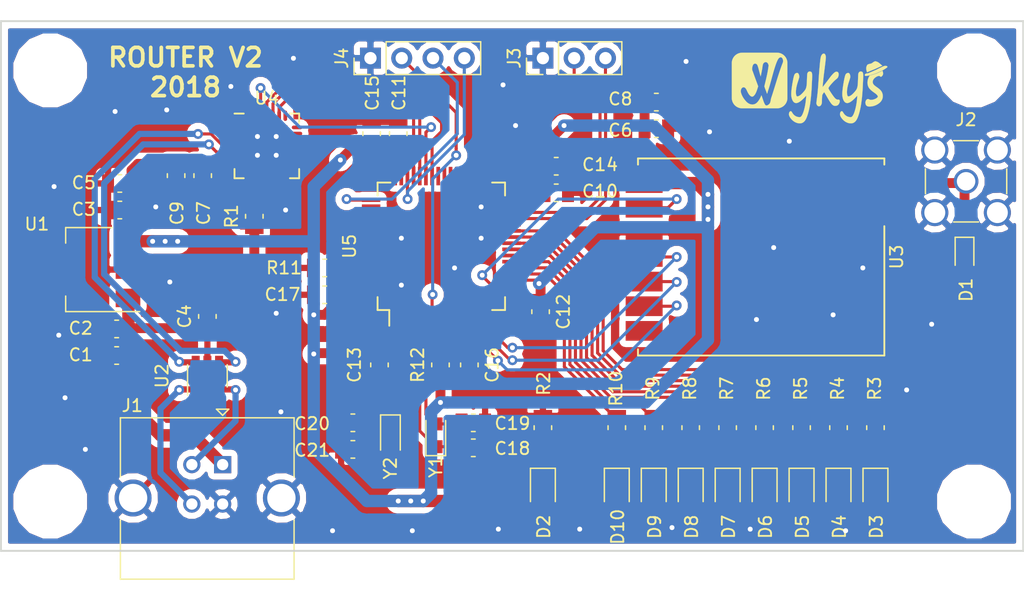
<source format=kicad_pcb>
(kicad_pcb (version 20171130) (host pcbnew 5.0.0-rc2-dev-unknown-0f0d9af~63~ubuntu16.04.1)
  (layers (0 F.Cu signal) (31 B.Cu signal) (34 B.Paste user) (35 F.Paste user) (36 B.SilkS user) (37 F.SilkS user) (38 B.Mask user) (39 F.Mask user) (44 Edge.Cuts user))
  (net 0 "")
  (net 1 +3V3)
  (net 2 /ARM/~RST)
  (net 3 "Net-(R1-Pad2)")
  (net 4 +5V)
  (net 5 "Net-(D2-Pad1)")
  (net 6 GND)
  (net 7 /LED0)
  (net 8 "Net-(D3-Pad1)")
  (net 9 "Net-(D4-Pad1)")
  (net 10 /LED1)
  (net 11 /LED2)
  (net 12 "Net-(D5-Pad1)")
  (net 13 "Net-(D6-Pad1)")
  (net 14 /LED3)
  (net 15 /LED5)
  (net 16 "Net-(D8-Pad1)")
  (net 17 "Net-(D9-Pad1)")
  (net 18 /LED6)
  (net 19 /LED7)
  (net 20 "Net-(D10-Pad1)")
  (net 21 "Net-(R11-Pad2)")
  (net 22 /LED4)
  (net 23 "Net-(D7-Pad1)")
  (net 24 /USB+)
  (net 25 /USB-)
  (net 26 /D-)
  (net 27 /D+)
  (net 28 "Net-(U5-Pad2)")
  (net 29 "Net-(U5-Pad8)")
  (net 30 "Net-(U5-Pad9)")
  (net 31 "Net-(U5-Pad10)")
  (net 32 "Net-(U5-Pad11)")
  (net 33 /~RF_CONFIG)
  (net 34 /~RF_ENABLE)
  (net 35 /RF_UART_TX)
  (net 36 /RF_UART_RX)
  (net 37 "Net-(U5-Pad28)")
  (net 38 /ARM/DEBUG_UART_TX)
  (net 39 /ARM/DEBUG_UART_RX)
  (net 40 "Net-(C10-Pad1)")
  (net 41 "Net-(U5-Pad33)")
  (net 42 "Net-(U5-Pad34)")
  (net 43 "Net-(U5-Pad35)")
  (net 44 "Net-(U5-Pad36)")
  (net 45 "Net-(U5-Pad37)")
  (net 46 "Net-(U5-Pad38)")
  (net 47 "Net-(U5-Pad39)")
  (net 48 "Net-(U5-Pad40)")
  (net 49 "Net-(U5-Pad41)")
  (net 50 /USB_UART_TX)
  (net 51 /USB_UART_RX)
  (net 52 /USB_USRT_CTS)
  (net 53 /USB_UART_RTS)
  (net 54 /ARM/SWDIO)
  (net 55 "Net-(C11-Pad1)")
  (net 56 /ARM/SWDCLK)
  (net 57 "Net-(U5-Pad50)")
  (net 58 "Net-(U5-Pad51)")
  (net 59 "Net-(U5-Pad52)")
  (net 60 "Net-(U5-Pad53)")
  (net 61 "Net-(U5-Pad54)")
  (net 62 "Net-(U5-Pad55)")
  (net 63 "Net-(U5-Pad56)")
  (net 64 "Net-(U5-Pad57)")
  (net 65 "Net-(U5-Pad58)")
  (net 66 "Net-(U5-Pad59)")
  (net 67 "Net-(U5-Pad61)")
  (net 68 "Net-(U5-Pad62)")
  (net 69 "Net-(U3-Pad7)")
  (net 70 "Net-(D1-Pad1)")
  (net 71 "Net-(U4-Pad1)")
  (net 72 "Net-(U4-Pad2)")
  (net 73 "Net-(U4-Pad7)")
  (net 74 "Net-(U4-Pad10)")
  (net 75 "Net-(U4-Pad11)")
  (net 76 "Net-(U4-Pad12)")
  (net 77 "Net-(U4-Pad13)")
  (net 78 "Net-(U4-Pad14)")
  (net 79 "Net-(U4-Pad15)")
  (net 80 "Net-(U4-Pad16)")
  (net 81 "Net-(U4-Pad17)")
  (net 82 "Net-(U4-Pad18)")
  (net 83 "Net-(U4-Pad19)")
  (net 84 "Net-(U4-Pad20)")
  (net 85 "Net-(U4-Pad21)")
  (net 86 "Net-(U4-Pad22)")
  (net 87 "Net-(U4-Pad27)")
  (net 88 "Net-(U4-Pad28)")
  (net 89 /ARM/OSC32_IN)
  (net 90 /ARM/OSC32_OUT)
  (net 91 /ARM/OSC_IN)
  (net 92 /ARM/OSC_OUT)
  (module Connector_Coaxial:SMA_Jack_Vertical (layer F.Cu) (at 189.357 114)
    (fp_text reference J2 (at 0 -5) (layer F.SilkS))
    (fp_text value SMA)
    (pad 2 thru_hole circle (at -2.54 2.54) (size 2.2 2.2) (drill 1.7) (layers *.Cu *.Mask) (net 6 GND))
    (pad 2 thru_hole circle (at -2.54 -2.54) (size 2.2 2.2) (drill 1.7) (layers *.Cu *.Mask) (net 6 GND))
    (pad 2 thru_hole circle (at 2.54 -2.54) (size 2.2 2.2) (drill 1.7) (layers *.Cu *.Mask) (net 6 GND))
    (pad 2 thru_hole circle (at 2.54 2.54) (size 2.2 2.2) (drill 1.7) (layers *.Cu *.Mask) (net 6 GND))
    (pad 1 thru_hole circle (at 0 0) (size 2 2) (drill 1.5) (layers *.Cu *.Mask) (net 70 "Net-(D1-Pad1)"))
  )
  (module Capacitor_SMD:C_0805_2012Metric (layer F.Cu) (at 139.573 133.604 180)
    (fp_text reference C20 (at 3.302 -0.072 180) (layer F.SilkS))
    (fp_text value 12p)
    (pad 2 smd rect (at 0.955 0 180) (size 0.97 1.5) (layers F.Cu F.Paste F.Mask) (net 6 GND))
    (pad 1 smd rect (at -0.955 0 180) (size 0.97 1.5) (layers F.Cu F.Paste F.Mask) (net 89 /ARM/OSC32_IN))
  )
  (module Capacitor_SMD:C_0805_2012Metric (layer F.Cu) (at 149.352 133.604)
    (fp_text reference C19 (at 3.175 0.055) (layer F.SilkS))
    (fp_text value 12p)
    (pad 1 smd rect (at -0.955 0) (size 0.97 1.5) (layers F.Cu F.Paste F.Mask) (net 92 /ARM/OSC_OUT))
    (pad 2 smd rect (at 0.955 0) (size 0.97 1.5) (layers F.Cu F.Paste F.Mask) (net 6 GND))
  )
  (module Capacitor_SMD:C_0805_2012Metric (layer F.Cu) (at 149.352 135.636)
    (fp_text reference C18 (at 3.175 0.055) (layer F.SilkS))
    (fp_text value 12p)
    (pad 2 smd rect (at 0.955 0) (size 0.97 1.5) (layers F.Cu F.Paste F.Mask) (net 6 GND))
    (pad 1 smd rect (at -0.955 0) (size 0.97 1.5) (layers F.Cu F.Paste F.Mask) (net 91 /ARM/OSC_IN))
  )
  (module Capacitor_SMD:C_0805_2012Metric (layer F.Cu) (at 139.573 135.763 180)
    (fp_text reference C21 (at 3.302 -0.072 180) (layer F.SilkS))
    (fp_text value 12p)
    (pad 1 smd rect (at -0.955 0 180) (size 0.97 1.5) (layers F.Cu F.Paste F.Mask) (net 90 /ARM/OSC32_OUT))
    (pad 2 smd rect (at 0.955 0 180) (size 0.97 1.5) (layers F.Cu F.Paste F.Mask) (net 6 GND))
  )
  (module Crystal:Crystal_SMD_2012-2Pin_2.0x1.2mm_HandSoldering (layer F.Cu) (at 142.621 134.62 270)
    (fp_text reference Y2 (at 2.667 0 270) (layer F.SilkS))
    (fp_text value IL3X2-HX5F12.5-32.768KHZ)
    (pad 2 smd rect (at 0.925 0 270) (size 1.05 1.1) (layers F.Cu F.Paste F.Mask) (net 90 /ARM/OSC32_OUT))
    (pad 1 smd rect (at -0.925 0 270) (size 1.05 1.1) (layers F.Cu F.Paste F.Mask) (net 89 /ARM/OSC32_IN))
  )
  (module Crystal:Crystal_SMD_2012-2Pin_2.0x1.2mm_HandSoldering (layer F.Cu) (at 146.304 134.62 90)
    (fp_text reference Y1 (at -2.54 0 90) (layer F.SilkS))
    (fp_text value ABM7-8.000MHZ-D2Y)
    (pad 1 smd rect (at -0.925 0 90) (size 1.05 1.1) (layers F.Cu F.Paste F.Mask) (net 91 /ARM/OSC_IN))
    (pad 2 smd rect (at 0.925 0 90) (size 1.05 1.1) (layers F.Cu F.Paste F.Mask) (net 92 /ARM/OSC_OUT))
  )
  (module Package_DFN_QFN:QFN-28-1EP_5x5mm_P0.5mm_EP3.35x3.35mm (layer F.Cu) (at 132.588 111.125)
    (fp_text reference U4 (at 0 -3.875) (layer F.SilkS))
    (fp_text value CP2102)
    (pad 1 smd oval (at -2.45 -1.5) (size 0.85 0.3) (layers F.Cu F.Paste F.Mask) (net 71 "Net-(U4-Pad1)"))
    (pad 2 smd oval (at -2.45 -1) (size 0.85 0.3) (layers F.Cu F.Paste F.Mask) (net 72 "Net-(U4-Pad2)"))
    (pad 3 smd oval (at -2.45 -0.5) (size 0.85 0.3) (layers F.Cu F.Paste F.Mask) (net 6 GND))
    (pad 4 smd oval (at -2.45 0) (size 0.85 0.3) (layers F.Cu F.Paste F.Mask) (net 27 /D+))
    (pad 5 smd oval (at -2.45 0.5) (size 0.85 0.3) (layers F.Cu F.Paste F.Mask) (net 26 /D-))
    (pad 6 smd oval (at -2.45 1) (size 0.85 0.3) (layers F.Cu F.Paste F.Mask) (net 1 +3V3))
    (pad 7 smd oval (at -2.45 1.5) (size 0.85 0.3) (layers F.Cu F.Paste F.Mask) (net 73 "Net-(U4-Pad7)"))
    (pad 8 smd oval (at -1.5 2.45 90) (size 0.85 0.3) (layers F.Cu F.Paste F.Mask) (net 4 +5V))
    (pad 9 smd oval (at -1 2.45 90) (size 0.85 0.3) (layers F.Cu F.Paste F.Mask) (net 3 "Net-(R1-Pad2)"))
    (pad 10 smd oval (at -0.5 2.45 90) (size 0.85 0.3) (layers F.Cu F.Paste F.Mask) (net 74 "Net-(U4-Pad10)"))
    (pad 11 smd oval (at 0 2.45 90) (size 0.85 0.3) (layers F.Cu F.Paste F.Mask) (net 75 "Net-(U4-Pad11)"))
    (pad 12 smd oval (at 0.5 2.45 90) (size 0.85 0.3) (layers F.Cu F.Paste F.Mask) (net 76 "Net-(U4-Pad12)"))
    (pad 13 smd oval (at 1 2.45 90) (size 0.85 0.3) (layers F.Cu F.Paste F.Mask) (net 77 "Net-(U4-Pad13)"))
    (pad 14 smd oval (at 1.5 2.45 90) (size 0.85 0.3) (layers F.Cu F.Paste F.Mask) (net 78 "Net-(U4-Pad14)"))
    (pad 15 smd oval (at 2.45 1.5) (size 0.85 0.3) (layers F.Cu F.Paste F.Mask) (net 79 "Net-(U4-Pad15)"))
    (pad 16 smd oval (at 2.45 1) (size 0.85 0.3) (layers F.Cu F.Paste F.Mask) (net 80 "Net-(U4-Pad16)"))
    (pad 17 smd oval (at 2.45 0.5) (size 0.85 0.3) (layers F.Cu F.Paste F.Mask) (net 81 "Net-(U4-Pad17)"))
    (pad 18 smd oval (at 2.45 0) (size 0.85 0.3) (layers F.Cu F.Paste F.Mask) (net 82 "Net-(U4-Pad18)"))
    (pad 19 smd oval (at 2.45 -0.5) (size 0.85 0.3) (layers F.Cu F.Paste F.Mask) (net 83 "Net-(U4-Pad19)"))
    (pad 20 smd oval (at 2.45 -1) (size 0.85 0.3) (layers F.Cu F.Paste F.Mask) (net 84 "Net-(U4-Pad20)"))
    (pad 21 smd oval (at 2.45 -1.5) (size 0.85 0.3) (layers F.Cu F.Paste F.Mask) (net 85 "Net-(U4-Pad21)"))
    (pad 22 smd oval (at 1.5 -2.45 90) (size 0.85 0.3) (layers F.Cu F.Paste F.Mask) (net 86 "Net-(U4-Pad22)"))
    (pad 23 smd oval (at 1 -2.45 90) (size 0.85 0.3) (layers F.Cu F.Paste F.Mask) (net 53 /USB_UART_RTS))
    (pad 24 smd oval (at 0.5 -2.45 90) (size 0.85 0.3) (layers F.Cu F.Paste F.Mask) (net 52 /USB_USRT_CTS))
    (pad 25 smd oval (at 0 -2.45 90) (size 0.85 0.3) (layers F.Cu F.Paste F.Mask) (net 50 /USB_UART_TX))
    (pad 26 smd oval (at -0.5 -2.45 90) (size 0.85 0.3) (layers F.Cu F.Paste F.Mask) (net 51 /USB_UART_RX))
    (pad 27 smd oval (at -1 -2.45 90) (size 0.85 0.3) (layers F.Cu F.Paste F.Mask) (net 87 "Net-(U4-Pad27)"))
    (pad 28 smd oval (at -1.5 -2.45 90) (size 0.85 0.3) (layers F.Cu F.Paste F.Mask) (net 88 "Net-(U4-Pad28)"))
    (pad 29 smd rect (at 0 0) (size 3.35 3.35) (layers F.Cu F.Mask) (net 6 GND))
  )
  (module Capacitor_SMD:C_0805_2012Metric (layer F.Cu) (at 120.396 125.984 180)
    (fp_text reference C2 (at 2.921 0.055 180) (layer F.SilkS))
    (fp_text value 100n)
    (pad 1 smd rect (at -0.955 0 180) (size 0.97 1.5) (layers F.Cu F.Paste F.Mask) (net 4 +5V))
    (pad 2 smd rect (at 0.955 0 180) (size 0.97 1.5) (layers F.Cu F.Paste F.Mask) (net 6 GND))
  )
  (module Capacitor_SMD:C_0805_2012Metric (layer F.Cu) (at 120.65 116.332 180)
    (fp_text reference C3 (at 2.921 0.055 180) (layer F.SilkS))
    (fp_text value 100n)
    (pad 2 smd rect (at 0.955 0 180) (size 0.97 1.5) (layers F.Cu F.Paste F.Mask) (net 6 GND))
    (pad 1 smd rect (at -0.955 0 180) (size 0.97 1.5) (layers F.Cu F.Paste F.Mask) (net 1 +3V3))
  )
  (module Capacitor_SMD:C_0805_2012Metric (layer F.Cu) (at 127.762 124.968 90)
    (fp_text reference C4 (at 0 -1.85 90) (layer F.SilkS))
    (fp_text value 100n)
    (pad 1 smd rect (at -0.955 0 90) (size 0.97 1.5) (layers F.Cu F.Paste F.Mask) (net 4 +5V))
    (pad 2 smd rect (at 0.955 0 90) (size 0.97 1.5) (layers F.Cu F.Paste F.Mask) (net 6 GND))
  )
  (module Capacitor_SMD:C_0805_2012Metric (layer F.Cu) (at 120.65 114.173 180)
    (fp_text reference C5 (at 2.921 0.055 180) (layer F.SilkS))
    (fp_text value 1u/50V)
    (pad 2 smd rect (at 0.955 0 180) (size 0.97 1.5) (layers F.Cu F.Paste F.Mask) (net 6 GND))
    (pad 1 smd rect (at -0.955 0 180) (size 0.97 1.5) (layers F.Cu F.Paste F.Mask) (net 1 +3V3))
  )
  (module Capacitor_SMD:C_0805_2012Metric (layer F.Cu) (at 164.211 109.728)
    (fp_text reference C6 (at -2.921 0.127) (layer F.SilkS))
    (fp_text value 100n)
    (pad 1 smd rect (at -0.955 0) (size 0.97 1.5) (layers F.Cu F.Paste F.Mask) (net 1 +3V3))
    (pad 2 smd rect (at 0.955 0) (size 0.97 1.5) (layers F.Cu F.Paste F.Mask) (net 6 GND))
  )
  (module Capacitor_SMD:C_0805_2012Metric (layer F.Cu) (at 127.381 113.538 270)
    (fp_text reference C7 (at 3.048 -0.072 270) (layer F.SilkS))
    (fp_text value 100n)
    (pad 2 smd rect (at 0.955 0 270) (size 0.97 1.5) (layers F.Cu F.Paste F.Mask) (net 6 GND))
    (pad 1 smd rect (at -0.955 0 270) (size 0.97 1.5) (layers F.Cu F.Paste F.Mask) (net 1 +3V3))
  )
  (module Capacitor_SMD:C_0805_2012Metric (layer F.Cu) (at 164.211 107.569)
    (fp_text reference C8 (at -2.921 -0.254) (layer F.SilkS))
    (fp_text value 1u/50V)
    (pad 1 smd rect (at -0.955 0) (size 0.97 1.5) (layers F.Cu F.Paste F.Mask) (net 1 +3V3))
    (pad 2 smd rect (at 0.955 0) (size 0.97 1.5) (layers F.Cu F.Paste F.Mask) (net 6 GND))
  )
  (module Capacitor_SMD:C_0805_2012Metric (layer F.Cu) (at 125.222 113.538 270)
    (fp_text reference C9 (at 3.048 -0.072 270) (layer F.SilkS))
    (fp_text value 1u/50V)
    (pad 2 smd rect (at 0.955 0 270) (size 0.97 1.5) (layers F.Cu F.Paste F.Mask) (net 6 GND))
    (pad 1 smd rect (at -0.955 0 270) (size 0.97 1.5) (layers F.Cu F.Paste F.Mask) (net 1 +3V3))
  )
  (module Capacitor_SMD:C_0805_2012Metric (layer F.Cu) (at 156.083 114.935)
    (fp_text reference C10 (at 3.556 -0.127) (layer F.SilkS))
    (fp_text value 100n)
    (pad 1 smd rect (at -0.955 0) (size 0.97 1.5) (layers F.Cu F.Paste F.Mask) (net 40 "Net-(C10-Pad1)"))
    (pad 2 smd rect (at 0.955 0) (size 0.97 1.5) (layers F.Cu F.Paste F.Mask) (net 6 GND))
  )
  (module Capacitor_SMD:C_0805_2012Metric (layer F.Cu) (at 143.256 110.131161 90)
    (fp_text reference C11 (at 3.302 0.055 90) (layer F.SilkS))
    (fp_text value 100n)
    (pad 2 smd rect (at 0.955 0 90) (size 0.97 1.5) (layers F.Cu F.Paste F.Mask) (net 6 GND))
    (pad 1 smd rect (at -0.955 0 90) (size 0.97 1.5) (layers F.Cu F.Paste F.Mask) (net 55 "Net-(C11-Pad1)"))
  )
  (module Capacitor_SMD:C_0805_2012Metric (layer F.Cu) (at 154.813 124.587 270)
    (fp_text reference C12 (at 0 -1.85 270) (layer F.SilkS))
    (fp_text value 100n)
    (pad 1 smd rect (at -0.955 0 270) (size 0.97 1.5) (layers F.Cu F.Paste F.Mask) (net 1 +3V3))
    (pad 2 smd rect (at 0.955 0 270) (size 0.97 1.5) (layers F.Cu F.Paste F.Mask) (net 6 GND))
  )
  (module Capacitor_SMD:C_0805_2012Metric (layer F.Cu) (at 141.732 128.905 270)
    (fp_text reference C13 (at 0 2.032 270) (layer F.SilkS))
    (fp_text value 100n)
    (pad 2 smd rect (at 0.955 0 270) (size 0.97 1.5) (layers F.Cu F.Paste F.Mask) (net 6 GND))
    (pad 1 smd rect (at -0.955 0 270) (size 0.97 1.5) (layers F.Cu F.Paste F.Mask) (net 1 +3V3))
  )
  (module Capacitor_SMD:C_0805_2012Metric (layer F.Cu) (at 156.083 112.776)
    (fp_text reference C14 (at 3.556 -0.127) (layer F.SilkS))
    (fp_text value 100n)
    (pad 1 smd rect (at -0.955 0) (size 0.97 1.5) (layers F.Cu F.Paste F.Mask) (net 1 +3V3))
    (pad 2 smd rect (at 0.955 0) (size 0.97 1.5) (layers F.Cu F.Paste F.Mask) (net 6 GND))
  )
  (module Capacitor_SMD:C_0805_2012Metric (layer F.Cu) (at 141.097 110.131161 90)
    (fp_text reference C15 (at 3.302 0.055 90) (layer F.SilkS))
    (fp_text value 100n)
    (pad 2 smd rect (at 0.955 0 90) (size 0.97 1.5) (layers F.Cu F.Paste F.Mask) (net 6 GND))
    (pad 1 smd rect (at -0.955 0 90) (size 0.97 1.5) (layers F.Cu F.Paste F.Mask) (net 1 +3V3))
  )
  (module Capacitor_SMD:C_0805_2012Metric (layer F.Cu) (at 149.030129 128.905 270)
    (fp_text reference C16 (at 0 -1.85 270) (layer F.SilkS))
    (fp_text value 100n)
    (pad 1 smd rect (at -0.955 0 270) (size 0.97 1.5) (layers F.Cu F.Paste F.Mask) (net 1 +3V3))
    (pad 2 smd rect (at 0.955 0 270) (size 0.97 1.5) (layers F.Cu F.Paste F.Mask) (net 6 GND))
  )
  (module Capacitor_SMD:C_0805_2012Metric (layer F.Cu) (at 120.396 128.143 180)
    (fp_text reference C1 (at 2.921 0.055 180) (layer F.SilkS))
    (fp_text value 1u/50V)
    (pad 2 smd rect (at 0.955 0 180) (size 0.97 1.5) (layers F.Cu F.Paste F.Mask) (net 6 GND))
    (pad 1 smd rect (at -0.955 0 180) (size 0.97 1.5) (layers F.Cu F.Paste F.Mask) (net 4 +5V))
  )
  (module Capacitor_SMD:C_0805_2012Metric (layer F.Cu) (at 137.287 123.212161 180)
    (fp_text reference C17 (at 3.429 0.022161 180) (layer F.SilkS))
    (fp_text value 100n)
    (pad 1 smd rect (at -0.955 0 180) (size 0.97 1.5) (layers F.Cu F.Paste F.Mask) (net 1 +3V3))
    (pad 2 smd rect (at 0.955 0 180) (size 0.97 1.5) (layers F.Cu F.Paste F.Mask) (net 6 GND))
  )
  (module Connector_PinHeader_2.54mm:PinHeader_1x03_P2.54mm_Vertical (layer F.Cu) (at 155 104 90)
    (fp_text reference J3 (at 0 -2.33 90) (layer F.SilkS))
    (fp_text value UART_01X03)
    (pad 1 thru_hole rect (at 0 0 90) (size 1.7 1.7) (drill 1) (layers *.Cu *.Mask) (net 6 GND))
    (pad 2 thru_hole oval (at 0 2.54 90) (size 1.7 1.7) (drill 1) (layers *.Cu *.Mask) (net 39 /ARM/DEBUG_UART_RX))
    (pad 3 thru_hole oval (at 0 5.08 90) (size 1.7 1.7) (drill 1) (layers *.Cu *.Mask) (net 38 /ARM/DEBUG_UART_TX))
  )
  (module Connector_PinHeader_2.54mm:PinHeader_1x04_P2.54mm_Vertical (layer F.Cu) (at 141 104 90)
    (fp_text reference J4 (at 0 -2.33 90) (layer F.SilkS))
    (fp_text value SWD_01X04)
    (pad 1 thru_hole rect (at 0 0 90) (size 1.7 1.7) (drill 1) (layers *.Cu *.Mask) (net 6 GND))
    (pad 2 thru_hole oval (at 0 2.54 90) (size 1.7 1.7) (drill 1) (layers *.Cu *.Mask) (net 2 /ARM/~RST))
    (pad 3 thru_hole oval (at 0 5.08 90) (size 1.7 1.7) (drill 1) (layers *.Cu *.Mask) (net 56 /ARM/SWDCLK))
    (pad 4 thru_hole oval (at 0 7.62 90) (size 1.7 1.7) (drill 1) (layers *.Cu *.Mask) (net 54 /ARM/SWDIO))
  )
  (module Connector_USB:USB_B_TE_5787834_Vertical (layer F.Cu) (at 129 137)
    (fp_text reference J1 (at -7.334 -4.793) (layer F.SilkS))
    (fp_text value USB_B)
    (pad 5 thru_hole circle (at 4.77 2.71) (size 3 3) (drill 2.3) (layers *.Cu *.Mask) (net 6 GND))
    (pad 4 thru_hole circle (at 0 3.2) (size 1.4 1.4) (drill 0.92) (layers *.Cu *.Mask) (net 6 GND))
    (pad 3 thru_hole circle (at -2.5 3.2) (size 1.4 1.4) (drill 0.92) (layers *.Cu *.Mask) (net 24 /USB+))
    (pad 1 thru_hole rect (at 0 0) (size 1.4 1.4) (drill 0.92) (layers *.Cu *.Mask) (net 4 +5V))
    (pad 5 thru_hole circle (at -7.27 2.71) (size 3 3) (drill 2.3) (layers *.Cu *.Mask) (net 6 GND))
    (pad 2 thru_hole circle (at -2.5 0) (size 1.4 1.4) (drill 0.92) (layers *.Cu *.Mask) (net 25 /USB-))
  )
  (module Diode_SMD:D_0603_1608Metric (layer F.Cu) (at 189.23 120.015 270)
    (fp_text reference D1 (at 2.794 -0.127 270) (layer F.SilkS))
    (fp_text value PGB1010603MR)
    (pad 1 smd rect (at -0.875 0 270) (size 0.67 1) (layers F.Cu F.Paste F.Mask) (net 70 "Net-(D1-Pad1)"))
    (pad 2 smd rect (at 0.875 0 270) (size 0.67 1) (layers F.Cu F.Paste F.Mask) (net 6 GND))
  )
  (module KLIB_Mechanical:Bolt_M3 (layer F.Cu) (at 115 105)
    (fp_text reference H3 hide)
    (fp_text value M3)
    (pad "" np_thru_hole circle (at 0 0) (size 3 3) (drill 3) (layers *.Cu *.Mask) (clearance 1.5))
  )
  (module KLIB_Mechanical:Bolt_M3 (layer F.Cu) (at 190 105)
    (fp_text reference H1 hide)
    (fp_text value M3)
    (pad "" np_thru_hole circle (at 0 0) (size 3 3) (drill 3) (layers *.Cu *.Mask) (clearance 1.5))
  )
  (module KLIB_Mechanical:Bolt_M3 (layer F.Cu) (at 115 140)
    (fp_text reference H2 hide)
    (fp_text value M3)
    (pad "" np_thru_hole circle (at 0 0) (size 3 3) (drill 3) (layers *.Cu *.Mask) (clearance 1.5))
  )
  (module KLIB_Mechanical:Bolt_M3 (layer F.Cu) (at 190 140)
    (fp_text reference H4 hide)
    (fp_text value M3)
    (pad "" np_thru_hole circle (at 0 0) (size 3 3) (drill 3) (layers *.Cu *.Mask) (clearance 1.5))
  )
  (module KLIB_RF_Module:HM-TRP-SMD (layer F.Cu) (at 172.72 120.142 270)
    (fp_text reference U3 (at 0 -11 270) (layer F.SilkS))
    (fp_text value HM-TRP-869S)
    (pad 1 smd rect (at -6 9.5 270) (size 1.6 3) (layers F.Cu F.Paste F.Mask) (net 1 +3V3))
    (pad 2 smd rect (at -4 9.5 270) (size 1.6 3) (layers F.Cu F.Paste F.Mask) (net 36 /RF_UART_RX))
    (pad 3 smd rect (at -2 9.5 270) (size 1.6 3) (layers F.Cu F.Paste F.Mask) (net 6 GND))
    (pad 4 smd rect (at 0 9.5 270) (size 1.6 3) (layers F.Cu F.Paste F.Mask) (net 35 /RF_UART_TX))
    (pad 5 smd rect (at 2 9.5 270) (size 1.6 3) (layers F.Cu F.Paste F.Mask) (net 33 /~RF_CONFIG))
    (pad 6 smd rect (at 4 9.5 270) (size 1.6 3) (layers F.Cu F.Paste F.Mask) (net 34 /~RF_ENABLE))
    (pad 7 smd rect (at 6 9.5 270) (size 1.6 3) (layers F.Cu F.Paste F.Mask) (net 69 "Net-(U3-Pad7)"))
    (pad 9 smd rect (at -6 -9.5 270) (size 1.6 3) (layers F.Cu F.Paste F.Mask) (net 70 "Net-(D1-Pad1)"))
    (pad 8 smd rect (at -4 -9.5 270) (size 1.6 3) (layers F.Cu F.Paste F.Mask) (net 6 GND))
  )
  (module LED_SMD:LED_0805_2012Metric (layer F.Cu) (at 161 139 270)
    (fp_text reference D10 (at 3.048 -0.072 270) (layer F.SilkS))
    (fp_text value LED)
    (pad 1 smd rect (at -0.955 0 270) (size 0.97 1.5) (layers F.Cu F.Paste F.Mask) (net 20 "Net-(D10-Pad1)"))
    (pad 2 smd rect (at 0.955 0 270) (size 0.97 1.5) (layers F.Cu F.Paste F.Mask) (net 1 +3V3))
  )
  (module LED_SMD:LED_0805_2012Metric (layer F.Cu) (at 164 139 270)
    (fp_text reference D9 (at 3.048 -0.072 270) (layer F.SilkS))
    (fp_text value LED)
    (pad 2 smd rect (at 0.955 0 270) (size 0.97 1.5) (layers F.Cu F.Paste F.Mask) (net 1 +3V3))
    (pad 1 smd rect (at -0.955 0 270) (size 0.97 1.5) (layers F.Cu F.Paste F.Mask) (net 17 "Net-(D9-Pad1)"))
  )
  (module LED_SMD:LED_0805_2012Metric (layer F.Cu) (at 170 139 270)
    (fp_text reference D7 (at 3.048 -0.072 270) (layer F.SilkS))
    (fp_text value LED)
    (pad 1 smd rect (at -0.955 0 270) (size 0.97 1.5) (layers F.Cu F.Paste F.Mask) (net 23 "Net-(D7-Pad1)"))
    (pad 2 smd rect (at 0.955 0 270) (size 0.97 1.5) (layers F.Cu F.Paste F.Mask) (net 1 +3V3))
  )
  (module LED_SMD:LED_0805_2012Metric (layer F.Cu) (at 173 139 270)
    (fp_text reference D6 (at 3.048 -0.072 270) (layer F.SilkS))
    (fp_text value LED)
    (pad 2 smd rect (at 0.955 0 270) (size 0.97 1.5) (layers F.Cu F.Paste F.Mask) (net 1 +3V3))
    (pad 1 smd rect (at -0.955 0 270) (size 0.97 1.5) (layers F.Cu F.Paste F.Mask) (net 13 "Net-(D6-Pad1)"))
  )
  (module LED_SMD:LED_0805_2012Metric (layer F.Cu) (at 176 139 270)
    (fp_text reference D5 (at 3.048 -0.072 270) (layer F.SilkS))
    (fp_text value LED)
    (pad 1 smd rect (at -0.955 0 270) (size 0.97 1.5) (layers F.Cu F.Paste F.Mask) (net 12 "Net-(D5-Pad1)"))
    (pad 2 smd rect (at 0.955 0 270) (size 0.97 1.5) (layers F.Cu F.Paste F.Mask) (net 1 +3V3))
  )
  (module LED_SMD:LED_0805_2012Metric (layer F.Cu) (at 182 139 270)
    (fp_text reference D3 (at 3.048 -0.072 270) (layer F.SilkS))
    (fp_text value LED)
    (pad 2 smd rect (at 0.955 0 270) (size 0.97 1.5) (layers F.Cu F.Paste F.Mask) (net 1 +3V3))
    (pad 1 smd rect (at -0.955 0 270) (size 0.97 1.5) (layers F.Cu F.Paste F.Mask) (net 8 "Net-(D3-Pad1)"))
  )
  (module LED_SMD:LED_0805_2012Metric (layer F.Cu) (at 155 139 270)
    (fp_text reference D2 (at 3.048 -0.072 270) (layer F.SilkS))
    (fp_text value LED)
    (pad 1 smd rect (at -0.955 0 270) (size 0.97 1.5) (layers F.Cu F.Paste F.Mask) (net 5 "Net-(D2-Pad1)"))
    (pad 2 smd rect (at 0.955 0 270) (size 0.97 1.5) (layers F.Cu F.Paste F.Mask) (net 1 +3V3))
  )
  (module LED_SMD:LED_0805_2012Metric (layer F.Cu) (at 179 139 270)
    (fp_text reference D4 (at 3.048 -0.072 270) (layer F.SilkS))
    (fp_text value LED)
    (pad 2 smd rect (at 0.955 0 270) (size 0.97 1.5) (layers F.Cu F.Paste F.Mask) (net 1 +3V3))
    (pad 1 smd rect (at -0.955 0 270) (size 0.97 1.5) (layers F.Cu F.Paste F.Mask) (net 9 "Net-(D4-Pad1)"))
  )
  (module LED_SMD:LED_0805_2012Metric (layer F.Cu) (at 167 139 270)
    (fp_text reference D8 (at 3.048 -0.072 270) (layer F.SilkS))
    (fp_text value LED)
    (pad 1 smd rect (at -0.955 0 270) (size 0.97 1.5) (layers F.Cu F.Paste F.Mask) (net 16 "Net-(D8-Pad1)"))
    (pad 2 smd rect (at 0.955 0 270) (size 0.97 1.5) (layers F.Cu F.Paste F.Mask) (net 1 +3V3))
  )
  (module Package_QFP:TQFP-64_10x10mm_P0.5mm (layer F.Cu) (at 146.753629 119.275161 90)
    (fp_text reference U5 (at 0 -7.45 90) (layer F.SilkS))
    (fp_text value STM32F405RGTx)
    (pad 1 smd rect (at -5.7 -3.75 90) (size 1.5 0.3) (layers F.Cu F.Paste F.Mask) (net 1 +3V3))
    (pad 2 smd rect (at -5.7 -3.25 90) (size 1.5 0.3) (layers F.Cu F.Paste F.Mask) (net 28 "Net-(U5-Pad2)"))
    (pad 3 smd rect (at -5.7 -2.75 90) (size 1.5 0.3) (layers F.Cu F.Paste F.Mask) (net 89 /ARM/OSC32_IN))
    (pad 4 smd rect (at -5.7 -2.25 90) (size 1.5 0.3) (layers F.Cu F.Paste F.Mask) (net 90 /ARM/OSC32_OUT))
    (pad 5 smd rect (at -5.7 -1.75 90) (size 1.5 0.3) (layers F.Cu F.Paste F.Mask) (net 91 /ARM/OSC_IN))
    (pad 6 smd rect (at -5.7 -1.25 90) (size 1.5 0.3) (layers F.Cu F.Paste F.Mask) (net 92 /ARM/OSC_OUT))
    (pad 7 smd rect (at -5.7 -0.75 90) (size 1.5 0.3) (layers F.Cu F.Paste F.Mask) (net 2 /ARM/~RST))
    (pad 8 smd rect (at -5.7 -0.25 90) (size 1.5 0.3) (layers F.Cu F.Paste F.Mask) (net 29 "Net-(U5-Pad8)"))
    (pad 9 smd rect (at -5.7 0.25 90) (size 1.5 0.3) (layers F.Cu F.Paste F.Mask) (net 30 "Net-(U5-Pad9)"))
    (pad 10 smd rect (at -5.7 0.75 90) (size 1.5 0.3) (layers F.Cu F.Paste F.Mask) (net 31 "Net-(U5-Pad10)"))
    (pad 11 smd rect (at -5.7 1.25 90) (size 1.5 0.3) (layers F.Cu F.Paste F.Mask) (net 32 "Net-(U5-Pad11)"))
    (pad 12 smd rect (at -5.7 1.75 90) (size 1.5 0.3) (layers F.Cu F.Paste F.Mask) (net 6 GND))
    (pad 13 smd rect (at -5.7 2.25 90) (size 1.5 0.3) (layers F.Cu F.Paste F.Mask) (net 1 +3V3))
    (pad 14 smd rect (at -5.7 2.75 90) (size 1.5 0.3) (layers F.Cu F.Paste F.Mask) (net 34 /~RF_ENABLE))
    (pad 15 smd rect (at -5.7 3.25 90) (size 1.5 0.3) (layers F.Cu F.Paste F.Mask) (net 33 /~RF_CONFIG))
    (pad 16 smd rect (at -5.7 3.75 90) (size 1.5 0.3) (layers F.Cu F.Paste F.Mask) (net 35 /RF_UART_TX))
    (pad 17 smd rect (at -3.75 5.7 180) (size 1.5 0.3) (layers F.Cu F.Paste F.Mask) (net 36 /RF_UART_RX))
    (pad 18 smd rect (at -3.25 5.7 180) (size 1.5 0.3) (layers F.Cu F.Paste F.Mask) (net 6 GND))
    (pad 19 smd rect (at -2.75 5.7 180) (size 1.5 0.3) (layers F.Cu F.Paste F.Mask) (net 1 +3V3))
    (pad 20 smd rect (at -2.25 5.7 180) (size 1.5 0.3) (layers F.Cu F.Paste F.Mask) (net 19 /LED7))
    (pad 21 smd rect (at -1.75 5.7 180) (size 1.5 0.3) (layers F.Cu F.Paste F.Mask) (net 18 /LED6))
    (pad 22 smd rect (at -1.25 5.7 180) (size 1.5 0.3) (layers F.Cu F.Paste F.Mask) (net 15 /LED5))
    (pad 23 smd rect (at -0.75 5.7 180) (size 1.5 0.3) (layers F.Cu F.Paste F.Mask) (net 22 /LED4))
    (pad 24 smd rect (at -0.25 5.7 180) (size 1.5 0.3) (layers F.Cu F.Paste F.Mask) (net 14 /LED3))
    (pad 25 smd rect (at 0.25 5.7 180) (size 1.5 0.3) (layers F.Cu F.Paste F.Mask) (net 11 /LED2))
    (pad 26 smd rect (at 0.75 5.7 180) (size 1.5 0.3) (layers F.Cu F.Paste F.Mask) (net 10 /LED1))
    (pad 27 smd rect (at 1.25 5.7 180) (size 1.5 0.3) (layers F.Cu F.Paste F.Mask) (net 7 /LED0))
    (pad 28 smd rect (at 1.75 5.7 180) (size 1.5 0.3) (layers F.Cu F.Paste F.Mask) (net 37 "Net-(U5-Pad28)"))
    (pad 29 smd rect (at 2.25 5.7 180) (size 1.5 0.3) (layers F.Cu F.Paste F.Mask) (net 38 /ARM/DEBUG_UART_TX))
    (pad 30 smd rect (at 2.75 5.7 180) (size 1.5 0.3) (layers F.Cu F.Paste F.Mask) (net 39 /ARM/DEBUG_UART_RX))
    (pad 31 smd rect (at 3.25 5.7 180) (size 1.5 0.3) (layers F.Cu F.Paste F.Mask) (net 40 "Net-(C10-Pad1)"))
    (pad 32 smd rect (at 3.75 5.7 180) (size 1.5 0.3) (layers F.Cu F.Paste F.Mask) (net 1 +3V3))
    (pad 33 smd rect (at 5.7 3.75 90) (size 1.5 0.3) (layers F.Cu F.Paste F.Mask) (net 41 "Net-(U5-Pad33)"))
    (pad 34 smd rect (at 5.7 3.25 90) (size 1.5 0.3) (layers F.Cu F.Paste F.Mask) (net 42 "Net-(U5-Pad34)"))
    (pad 35 smd rect (at 5.7 2.75 90) (size 1.5 0.3) (layers F.Cu F.Paste F.Mask) (net 43 "Net-(U5-Pad35)"))
    (pad 36 smd rect (at 5.7 2.25 90) (size 1.5 0.3) (layers F.Cu F.Paste F.Mask) (net 44 "Net-(U5-Pad36)"))
    (pad 37 smd rect (at 5.7 1.75 90) (size 1.5 0.3) (layers F.Cu F.Paste F.Mask) (net 45 "Net-(U5-Pad37)"))
    (pad 38 smd rect (at 5.7 1.25 90) (size 1.5 0.3) (layers F.Cu F.Paste F.Mask) (net 46 "Net-(U5-Pad38)"))
    (pad 39 smd rect (at 5.7 0.75 90) (size 1.5 0.3) (layers F.Cu F.Paste F.Mask) (net 47 "Net-(U5-Pad39)"))
    (pad 40 smd rect (at 5.7 0.25 90) (size 1.5 0.3) (layers F.Cu F.Paste F.Mask) (net 48 "Net-(U5-Pad40)"))
    (pad 41 smd rect (at 5.7 -0.25 90) (size 1.5 0.3) (layers F.Cu F.Paste F.Mask) (net 49 "Net-(U5-Pad41)"))
    (pad 42 smd rect (at 5.7 -0.75 90) (size 1.5 0.3) (layers F.Cu F.Paste F.Mask) (net 50 /USB_UART_TX))
    (pad 43 smd rect (at 5.7 -1.25 90) (size 1.5 0.3) (layers F.Cu F.Paste F.Mask) (net 51 /USB_UART_RX))
    (pad 44 smd rect (at 5.7 -1.75 90) (size 1.5 0.3) (layers F.Cu F.Paste F.Mask) (net 52 /USB_USRT_CTS))
    (pad 45 smd rect (at 5.7 -2.25 90) (size 1.5 0.3) (layers F.Cu F.Paste F.Mask) (net 53 /USB_UART_RTS))
    (pad 46 smd rect (at 5.7 -2.75 90) (size 1.5 0.3) (layers F.Cu F.Paste F.Mask) (net 54 /ARM/SWDIO))
    (pad 47 smd rect (at 5.7 -3.25 90) (size 1.5 0.3) (layers F.Cu F.Paste F.Mask) (net 55 "Net-(C11-Pad1)"))
    (pad 48 smd rect (at 5.7 -3.75 90) (size 1.5 0.3) (layers F.Cu F.Paste F.Mask) (net 1 +3V3))
    (pad 49 smd rect (at 3.75 -5.7 180) (size 1.5 0.3) (layers F.Cu F.Paste F.Mask) (net 56 /ARM/SWDCLK))
    (pad 50 smd rect (at 3.25 -5.7 180) (size 1.5 0.3) (layers F.Cu F.Paste F.Mask) (net 57 "Net-(U5-Pad50)"))
    (pad 51 smd rect (at 2.75 -5.7 180) (size 1.5 0.3) (layers F.Cu F.Paste F.Mask) (net 58 "Net-(U5-Pad51)"))
    (pad 52 smd rect (at 2.25 -5.7 180) (size 1.5 0.3) (layers F.Cu F.Paste F.Mask) (net 59 "Net-(U5-Pad52)"))
    (pad 53 smd rect (at 1.75 -5.7 180) (size 1.5 0.3) (layers F.Cu F.Paste F.Mask) (net 60 "Net-(U5-Pad53)"))
    (pad 54 smd rect (at 1.25 -5.7 180) (size 1.5 0.3) (layers F.Cu F.Paste F.Mask) (net 61 "Net-(U5-Pad54)"))
    (pad 55 smd rect (at 0.75 -5.7 180) (size 1.5 0.3) (layers F.Cu F.Paste F.Mask) (net 62 "Net-(U5-Pad55)"))
    (pad 56 smd rect (at 0.25 -5.7 180) (size 1.5 0.3) (layers F.Cu F.Paste F.Mask) (net 63 "Net-(U5-Pad56)"))
    (pad 57 smd rect (at -0.25 -5.7 180) (size 1.5 0.3) (layers F.Cu F.Paste F.Mask) (net 64 "Net-(U5-Pad57)"))
    (pad 58 smd rect (at -0.75 -5.7 180) (size 1.5 0.3) (layers F.Cu F.Paste F.Mask) (net 65 "Net-(U5-Pad58)"))
    (pad 59 smd rect (at -1.25 -5.7 180) (size 1.5 0.3) (layers F.Cu F.Paste F.Mask) (net 66 "Net-(U5-Pad59)"))
    (pad 60 smd rect (at -1.75 -5.7 180) (size 1.5 0.3) (layers F.Cu F.Paste F.Mask) (net 21 "Net-(R11-Pad2)"))
    (pad 61 smd rect (at -2.25 -5.7 180) (size 1.5 0.3) (layers F.Cu F.Paste F.Mask) (net 67 "Net-(U5-Pad61)"))
    (pad 62 smd rect (at -2.75 -5.7 180) (size 1.5 0.3) (layers F.Cu F.Paste F.Mask) (net 68 "Net-(U5-Pad62)"))
    (pad 63 smd rect (at -3.25 -5.7 180) (size 1.5 0.3) (layers F.Cu F.Paste F.Mask) (net 6 GND))
    (pad 64 smd rect (at -3.75 -5.7 180) (size 1.5 0.3) (layers F.Cu F.Paste F.Mask) (net 1 +3V3))
  )
  (module Package_TO_SOT_SMD:SOT-223-3_TabPin2 (layer F.Cu) (at 118.166673 121.166447 180)
    (fp_text reference U1 (at 4.247673 3.691447 180) (layer F.SilkS))
    (fp_text value MCP1826S)
    (pad 2 smd rect (at 3.15 0 180) (size 2 3.8) (layers F.Cu F.Paste F.Mask) (net 6 GND))
    (pad 2 smd rect (at -3.15 0 180) (size 2 1.5) (layers F.Cu F.Paste F.Mask) (net 6 GND))
    (pad 3 smd rect (at -3.15 2.3 180) (size 2 1.5) (layers F.Cu F.Paste F.Mask) (net 1 +3V3))
    (pad 1 smd rect (at -3.15 -2.3 180) (size 2 1.5) (layers F.Cu F.Paste F.Mask) (net 4 +5V))
  )
  (module Package_TO_SOT_SMD:SOT-23-6 (layer F.Cu) (at 127.762 129.794 90)
    (fp_text reference U2 (at 0 -3.683 90) (layer F.SilkS))
    (fp_text value USBLC6-2SC6)
    (pad 1 smd rect (at -1.1 -0.95 90) (size 1.06 0.65) (layers F.Cu F.Paste F.Mask) (net 24 /USB+))
    (pad 2 smd rect (at -1.1 0 90) (size 1.06 0.65) (layers F.Cu F.Paste F.Mask) (net 6 GND))
    (pad 3 smd rect (at -1.1 0.95 90) (size 1.06 0.65) (layers F.Cu F.Paste F.Mask) (net 25 /USB-))
    (pad 4 smd rect (at 1.1 0.95 90) (size 1.06 0.65) (layers F.Cu F.Paste F.Mask) (net 26 /D-))
    (pad 6 smd rect (at 1.1 -0.95 90) (size 1.06 0.65) (layers F.Cu F.Paste F.Mask) (net 27 /D+))
    (pad 5 smd rect (at 1.1 0 90) (size 1.06 0.65) (layers F.Cu F.Paste F.Mask) (net 4 +5V))
  )
  (module Resistor_SMD:R_0805_2012Metric (layer F.Cu) (at 170 134 90)
    (fp_text reference R7 (at 3.175 -0.072 90) (layer F.SilkS))
    (fp_text value 330R)
    (pad 2 smd rect (at 0.955 0 90) (size 0.97 1.5) (layers F.Cu F.Paste F.Mask) (net 22 /LED4))
    (pad 1 smd rect (at -0.955 0 90) (size 0.97 1.5) (layers F.Cu F.Paste F.Mask) (net 23 "Net-(D7-Pad1)"))
  )
  (module Resistor_SMD:R_0805_2012Metric (layer F.Cu) (at 137.287 121.031)
    (fp_text reference R11 (at -3.302 0) (layer F.SilkS))
    (fp_text value 10k)
    (pad 1 smd rect (at -0.955 0) (size 0.97 1.5) (layers F.Cu F.Paste F.Mask) (net 6 GND))
    (pad 2 smd rect (at 0.955 0) (size 0.97 1.5) (layers F.Cu F.Paste F.Mask) (net 21 "Net-(R11-Pad2)"))
  )
  (module Resistor_SMD:R_0805_2012Metric (layer F.Cu) (at 161 134 90)
    (fp_text reference R10 (at 3.175 -0.072 90) (layer F.SilkS))
    (fp_text value 330R)
    (pad 2 smd rect (at 0.955 0 90) (size 0.97 1.5) (layers F.Cu F.Paste F.Mask) (net 19 /LED7))
    (pad 1 smd rect (at -0.955 0 90) (size 0.97 1.5) (layers F.Cu F.Paste F.Mask) (net 20 "Net-(D10-Pad1)"))
  )
  (module Resistor_SMD:R_0805_2012Metric (layer F.Cu) (at 164 134 90)
    (fp_text reference R9 (at 3.175 -0.072 90) (layer F.SilkS))
    (fp_text value 330R)
    (pad 1 smd rect (at -0.955 0 90) (size 0.97 1.5) (layers F.Cu F.Paste F.Mask) (net 17 "Net-(D9-Pad1)"))
    (pad 2 smd rect (at 0.955 0 90) (size 0.97 1.5) (layers F.Cu F.Paste F.Mask) (net 18 /LED6))
  )
  (module Resistor_SMD:R_0805_2012Metric (layer F.Cu) (at 167 134 90)
    (fp_text reference R8 (at 3.175 -0.072 90) (layer F.SilkS))
    (fp_text value 330R)
    (pad 2 smd rect (at 0.955 0 90) (size 0.97 1.5) (layers F.Cu F.Paste F.Mask) (net 15 /LED5))
    (pad 1 smd rect (at -0.955 0 90) (size 0.97 1.5) (layers F.Cu F.Paste F.Mask) (net 16 "Net-(D8-Pad1)"))
  )
  (module Resistor_SMD:R_0805_2012Metric (layer F.Cu) (at 173 134 90)
    (fp_text reference R6 (at 3.175 -0.072 90) (layer F.SilkS))
    (fp_text value 330R)
    (pad 1 smd rect (at -0.955 0 90) (size 0.97 1.5) (layers F.Cu F.Paste F.Mask) (net 13 "Net-(D6-Pad1)"))
    (pad 2 smd rect (at 0.955 0 90) (size 0.97 1.5) (layers F.Cu F.Paste F.Mask) (net 14 /LED3))
  )
  (module Resistor_SMD:R_0805_2012Metric (layer F.Cu) (at 176 134 90)
    (fp_text reference R5 (at 3.175 -0.072 90) (layer F.SilkS))
    (fp_text value 330R)
    (pad 2 smd rect (at 0.955 0 90) (size 0.97 1.5) (layers F.Cu F.Paste F.Mask) (net 11 /LED2))
    (pad 1 smd rect (at -0.955 0 90) (size 0.97 1.5) (layers F.Cu F.Paste F.Mask) (net 12 "Net-(D5-Pad1)"))
  )
  (module Resistor_SMD:R_0805_2012Metric (layer F.Cu) (at 179 134 90)
    (fp_text reference R4 (at 3.175 -0.072 90) (layer F.SilkS))
    (fp_text value 330R)
    (pad 1 smd rect (at -0.955 0 90) (size 0.97 1.5) (layers F.Cu F.Paste F.Mask) (net 9 "Net-(D4-Pad1)"))
    (pad 2 smd rect (at 0.955 0 90) (size 0.97 1.5) (layers F.Cu F.Paste F.Mask) (net 10 /LED1))
  )
  (module Resistor_SMD:R_0805_2012Metric (layer F.Cu) (at 182 134 90)
    (fp_text reference R3 (at 3.175 -0.072 90) (layer F.SilkS))
    (fp_text value 330R)
    (pad 2 smd rect (at 0.955 0 90) (size 0.97 1.5) (layers F.Cu F.Paste F.Mask) (net 7 /LED0))
    (pad 1 smd rect (at -0.955 0 90) (size 0.97 1.5) (layers F.Cu F.Paste F.Mask) (net 8 "Net-(D3-Pad1)"))
  )
  (module Resistor_SMD:R_0805_2012Metric (layer F.Cu) (at 155 134 90)
    (fp_text reference R2 (at 3.571 0.067 90) (layer F.SilkS))
    (fp_text value 330R)
    (pad 1 smd rect (at -0.955 0 90) (size 0.97 1.5) (layers F.Cu F.Paste F.Mask) (net 5 "Net-(D2-Pad1)"))
    (pad 2 smd rect (at 0.955 0 90) (size 0.97 1.5) (layers F.Cu F.Paste F.Mask) (net 6 GND))
  )
  (module Resistor_SMD:R_0805_2012Metric (layer F.Cu) (at 131.572 116.84 90)
    (fp_text reference R1 (at 0 -1.85 90) (layer F.SilkS))
    (fp_text value 10k)
    (pad 2 smd rect (at 0.955 0 90) (size 0.97 1.5) (layers F.Cu F.Paste F.Mask) (net 3 "Net-(R1-Pad2)"))
    (pad 1 smd rect (at -0.955 0 90) (size 0.97 1.5) (layers F.Cu F.Paste F.Mask) (net 4 +5V))
  )
  (module Resistor_SMD:R_0805_2012Metric (layer F.Cu) (at 146.685 128.905 90)
    (fp_text reference R12 (at 0 -1.85 90) (layer F.SilkS))
    (fp_text value 10k)
    (pad 1 smd rect (at -0.955 0 90) (size 0.97 1.5) (layers F.Cu F.Paste F.Mask) (net 1 +3V3))
    (pad 2 smd rect (at 0.955 0 90) (size 0.97 1.5) (layers F.Cu F.Paste F.Mask) (net 2 /ARM/~RST))
  )
  (module KLIB_Logo:wykys_skill (layer F.Cu) (at 176.657 106.426)
    (fp_text reference G*** hide)
    (fp_text value LOGO hide)
  )
  (gr_text "ROUTER V2\n2018" (at 125.984 105.156) (layer F.SilkS) (effects (font (size 1.5 1.5) (thickness 0.3))))
  (gr_line (start 111 101) (end 111 144) (layer Edge.Cuts) (width 0.15))
  (gr_line (start 194 101) (end 111 101) (layer Edge.Cuts) (width 0.15))
  (gr_line (start 194 144) (end 194 101) (layer Edge.Cuts) (width 0.15))
  (gr_line (start 111 144) (end 194 144) (layer Edge.Cuts) (width 0.15))
  (segment (start 168.402 117.729) (end 168.402 118.237) (width 1) (layer B.Cu) (net 1))
  (segment (start 168.402 115.062) (end 168.402 117.729) (width 1) (layer B.Cu) (net 1))
  (segment (start 168.402 117.729) (end 159.258 117.729) (width 1) (layer B.Cu) (net 1))
  (segment (start 159.258 117.729) (end 158.75 118.237) (width 1) (layer B.Cu) (net 1))
  (segment (start 168.402 118.237) (end 168.402 118.872) (width 1) (layer B.Cu) (net 1))
  (segment (start 158.75 118.237) (end 158.115 118.872) (width 1) (layer B.Cu) (net 1))
  (segment (start 158.115 118.872) (end 154.686 122.301) (width 1) (layer B.Cu) (net 1))
  (segment (start 168.402 118.872) (end 168.402 126.873) (width 1) (layer B.Cu) (net 1))
  (segment (start 154.686 122.301) (end 154.410161 122.025161) (width 0.25) (layer F.Cu) (net 1))
  (segment (start 154.410161 122.025161) (end 152.453629 122.025161) (width 0.25) (layer F.Cu) (net 1))
  (segment (start 154.813 123.632) (end 154.813 122.428) (width 0.8) (layer F.Cu) (net 1))
  (segment (start 154.813 122.428) (end 154.686 122.301) (width 0.8) (layer F.Cu) (net 1))
  (via (at 154.686 122.301) (size 0.8) (drill 0.4) (layers F.Cu B.Cu) (net 1))
  (segment (start 156.718 109.474) (end 155.128 111.064) (width 0.8) (layer F.Cu) (net 1))
  (segment (start 155.128 111.064) (end 155.128 112.776) (width 0.8) (layer F.Cu) (net 1))
  (segment (start 168.402 113.919) (end 163.957 109.474) (width 1) (layer B.Cu) (net 1))
  (via (at 156.718 109.474) (size 0.8) (drill 0.4) (layers F.Cu B.Cu) (net 1))
  (segment (start 163.957 109.474) (end 156.718 109.474) (width 1) (layer B.Cu) (net 1))
  (segment (start 168.402 115.062) (end 168.402 113.919) (width 1) (layer B.Cu) (net 1))
  (segment (start 145.288 139.954) (end 145.923 139.319) (width 1) (layer B.Cu) (net 1))
  (segment (start 145.923 139.319) (end 145.923 132.715004) (width 1) (layer B.Cu) (net 1))
  (segment (start 146.285005 132.352999) (end 146.685004 131.953) (width 1) (layer B.Cu) (net 1))
  (segment (start 145.923 132.715004) (end 146.285005 132.352999) (width 1) (layer B.Cu) (net 1))
  (segment (start 168.402 126.873) (end 163.322 131.953) (width 1) (layer B.Cu) (net 1))
  (segment (start 163.322 131.953) (end 147.250689 131.953) (width 1) (layer B.Cu) (net 1))
  (segment (start 146.685 129.86) (end 146.685 131.952996) (width 0.8) (layer F.Cu) (net 1))
  (segment (start 147.250689 131.953) (end 146.685004 131.953) (width 1) (layer B.Cu) (net 1))
  (segment (start 146.685 131.952996) (end 146.685004 131.953) (width 0.8) (layer F.Cu) (net 1))
  (via (at 146.685004 131.953) (size 0.8) (drill 0.4) (layers F.Cu B.Cu) (net 1))
  (segment (start 163.256 109.728) (end 163.256 114.106) (width 0.8) (layer F.Cu) (net 1))
  (segment (start 163.256 114.106) (end 163.22 114.142) (width 0.8) (layer F.Cu) (net 1))
  (segment (start 168.402 115.062) (end 167.482 114.142) (width 1) (layer F.Cu) (net 1))
  (segment (start 167.482 114.142) (end 163.22 114.142) (width 1) (layer F.Cu) (net 1))
  (segment (start 168.402 116.078) (end 168.402 117.094) (width 1) (layer F.Cu) (net 1))
  (via (at 168.402 117.094) (size 0.8) (drill 0.4) (layers F.Cu B.Cu) (net 1))
  (segment (start 168.402 115.062) (end 168.402 116.078) (width 1) (layer F.Cu) (net 1))
  (via (at 168.402 116.078) (size 0.8) (drill 0.4) (layers F.Cu B.Cu) (net 1))
  (via (at 168.402 115.062) (size 0.8) (drill 0.4) (layers F.Cu B.Cu) (net 1))
  (segment (start 163.256 109.728) (end 163.256 107.569) (width 0.8) (layer F.Cu) (net 1))
  (segment (start 136.398 118.872) (end 136.398 114.427) (width 1) (layer B.Cu) (net 1))
  (segment (start 136.398 114.427) (end 138.157001 112.667999) (width 1) (layer B.Cu) (net 1))
  (segment (start 138.157001 112.667999) (end 138.557 112.268) (width 1) (layer B.Cu) (net 1))
  (segment (start 146.685 129.86) (end 146.873 129.86) (width 0.5) (layer F.Cu) (net 1))
  (segment (start 148.783 127.95) (end 149.030129 127.95) (width 0.5) (layer F.Cu) (net 1))
  (segment (start 146.873 129.86) (end 148.783 127.95) (width 0.5) (layer F.Cu) (net 1))
  (segment (start 143.256012 139.954) (end 140.716 139.954) (width 1) (layer B.Cu) (net 1))
  (segment (start 136.398 135.636) (end 136.398 123.952) (width 1) (layer B.Cu) (net 1))
  (segment (start 140.716 139.954) (end 136.398 135.636) (width 1) (layer B.Cu) (net 1))
  (segment (start 136.398 128.015998) (end 136.398 124.841) (width 0.8) (layer B.Cu) (net 1))
  (segment (start 138.242 123.212161) (end 138.242 123.886) (width 0.8) (layer F.Cu) (net 1))
  (segment (start 138.242 123.886) (end 137.287 124.841) (width 0.8) (layer F.Cu) (net 1))
  (segment (start 137.287 124.841) (end 136.398 124.841) (width 0.8) (layer F.Cu) (net 1))
  (segment (start 136.398 124.841) (end 136.398 123.952) (width 0.8) (layer B.Cu) (net 1))
  (via (at 136.398 124.841) (size 0.8) (drill 0.4) (layers F.Cu B.Cu) (net 1))
  (segment (start 136.463998 127.95) (end 136.398 128.015998) (width 0.8) (layer F.Cu) (net 1))
  (segment (start 141.732 127.95) (end 136.463998 127.95) (width 0.8) (layer F.Cu) (net 1))
  (via (at 136.398 128.015998) (size 0.8) (drill 0.4) (layers F.Cu B.Cu) (net 1))
  (segment (start 141.097 111.086161) (end 139.738839 111.086161) (width 0.8) (layer F.Cu) (net 1))
  (segment (start 139.738839 111.086161) (end 138.557 112.268) (width 0.8) (layer F.Cu) (net 1))
  (segment (start 136.398 123.952) (end 136.398 118.872) (width 1) (layer B.Cu) (net 1))
  (segment (start 125.349 118.872) (end 136.398 118.872) (width 1) (layer B.Cu) (net 1))
  (via (at 138.557 112.268) (size 0.8) (drill 0.4) (layers F.Cu B.Cu) (net 1))
  (segment (start 155 139.955) (end 152.908 139.955) (width 0.8) (layer F.Cu) (net 1))
  (segment (start 145.288 139.954) (end 152.907 139.954) (width 1) (layer F.Cu) (net 1))
  (segment (start 152.907 139.954) (end 152.908 139.955) (width 1) (layer F.Cu) (net 1))
  (segment (start 143.256012 139.954) (end 145.288 139.954) (width 1) (layer B.Cu) (net 1))
  (segment (start 144.272 139.954) (end 145.288 139.954) (width 1) (layer F.Cu) (net 1))
  (via (at 145.288 139.954) (size 0.8) (drill 0.4) (layers F.Cu B.Cu) (net 1))
  (segment (start 143.256012 139.954) (end 144.272 139.954) (width 1) (layer F.Cu) (net 1))
  (via (at 144.272 139.954) (size 0.8) (drill 0.4) (layers F.Cu B.Cu) (net 1))
  (via (at 143.256012 139.954) (size 0.8) (drill 0.4) (layers F.Cu B.Cu) (net 1))
  (segment (start 123.317 118.872) (end 125.349 118.872) (width 1) (layer F.Cu) (net 1))
  (segment (start 125.349 118.872) (end 124.333 118.872) (width 1) (layer B.Cu) (net 1))
  (via (at 125.349 118.872) (size 0.8) (drill 0.4) (layers F.Cu B.Cu) (net 1))
  (segment (start 123.317 118.872) (end 124.333 118.872) (width 1) (layer B.Cu) (net 1))
  (via (at 124.333 118.872) (size 0.8) (drill 0.4) (layers F.Cu B.Cu) (net 1))
  (segment (start 121.316673 118.866447) (end 123.311447 118.866447) (width 1) (layer F.Cu) (net 1))
  (segment (start 123.311447 118.866447) (end 123.317 118.872) (width 1) (layer F.Cu) (net 1))
  (via (at 123.317 118.872) (size 0.8) (drill 0.4) (layers F.Cu B.Cu) (net 1))
  (segment (start 129.302 112.125) (end 128.844 112.583) (width 0.25) (layer F.Cu) (net 1))
  (segment (start 128.844 112.583) (end 127.381 112.583) (width 0.25) (layer F.Cu) (net 1))
  (segment (start 130.138 112.125) (end 129.302 112.125) (width 0.25) (layer F.Cu) (net 1))
  (segment (start 127.381 112.583) (end 125.222 112.583) (width 0.8) (layer F.Cu) (net 1))
  (segment (start 125.222 112.583) (end 122.113 112.583) (width 0.8) (layer F.Cu) (net 1))
  (segment (start 122.113 112.583) (end 121.605 113.091) (width 0.8) (layer F.Cu) (net 1))
  (segment (start 121.605 113.091) (end 121.605 114.173) (width 0.8) (layer F.Cu) (net 1))
  (segment (start 121.605 116.332) (end 121.605 114.173) (width 0.8) (layer F.Cu) (net 1))
  (segment (start 121.605 116.332) (end 121.605 118.57812) (width 0.8) (layer F.Cu) (net 1))
  (segment (start 121.605 118.57812) (end 121.316673 118.866447) (width 0.8) (layer F.Cu) (net 1))
  (segment (start 146.05 113.80273) (end 147.560366 112.292364) (width 0.25) (layer B.Cu) (net 2))
  (via (at 147.960365 111.892365) (size 0.8) (drill 0.4) (layers F.Cu B.Cu) (net 2))
  (segment (start 143.54 104) (end 147.960365 108.420365) (width 0.25) (layer F.Cu) (net 2))
  (segment (start 147.960365 111.32668) (end 147.960365 111.892365) (width 0.25) (layer F.Cu) (net 2))
  (segment (start 147.560366 112.292364) (end 147.960365 111.892365) (width 0.25) (layer B.Cu) (net 2))
  (segment (start 146.05 123.189998) (end 146.05 113.80273) (width 0.25) (layer B.Cu) (net 2))
  (segment (start 147.960365 108.420365) (end 147.960365 111.32668) (width 0.25) (layer F.Cu) (net 2))
  (segment (start 146.003629 123.236369) (end 146.05 123.189998) (width 0.25) (layer F.Cu) (net 2))
  (via (at 146.05 123.189998) (size 0.8) (drill 0.4) (layers F.Cu B.Cu) (net 2))
  (segment (start 146.003629 124.975161) (end 146.003629 123.236369) (width 0.25) (layer F.Cu) (net 2))
  (segment (start 127.762 128.694) (end 127.762 125.923) (width 0.5) (layer F.Cu) (net 4))
  (segment (start 123.952 134.62) (end 121.351 132.019) (width 1) (layer F.Cu) (net 4))
  (segment (start 126.619 134.62) (end 123.952 134.62) (width 1) (layer F.Cu) (net 4))
  (segment (start 128.999 137) (end 126.619 134.62) (width 1) (layer F.Cu) (net 4))
  (segment (start 129 137) (end 128.999 137) (width 1) (layer F.Cu) (net 4))
  (segment (start 121.351 132.019) (end 121.351 128.143) (width 1) (layer F.Cu) (net 4))
  (segment (start 155 138.045) (end 155 134.955) (width 0.5) (layer F.Cu) (net 5))
  (segment (start 130.138 110.625) (end 129.548 110.625) (width 0.25) (layer F.Cu) (net 6))
  (segment (start 129.548 110.625) (end 128.778 109.855) (width 0.25) (layer F.Cu) (net 6))
  (via (at 151.765 106.172) (size 0.8) (drill 0.4) (layers F.Cu B.Cu) (net 6))
  (via (at 152.781 109.474) (size 0.8) (drill 0.4) (layers F.Cu B.Cu) (net 6))
  (via (at 134.747 104.013) (size 0.8) (drill 0.4) (layers F.Cu B.Cu) (net 6))
  (via (at 120.269 108.331) (size 0.8) (drill 0.4) (layers F.Cu B.Cu) (net 6))
  (via (at 124.46 108.204) (size 0.8) (drill 0.4) (layers F.Cu B.Cu) (net 6))
  (via (at 129.667 106.299) (size 0.8) (drill 0.4) (layers F.Cu B.Cu) (net 6))
  (via (at 180.975 121.031) (size 0.8) (drill 0.4) (layers F.Cu B.Cu) (net 6))
  (via (at 178.562 124.841) (size 0.8) (drill 0.4) (layers F.Cu B.Cu) (net 6))
  (via (at 173.736 119.38) (size 0.8) (drill 0.4) (layers F.Cu B.Cu) (net 6))
  (via (at 172.339 125.222) (size 0.8) (drill 0.4) (layers F.Cu B.Cu) (net 6))
  (via (at 134.112 116.332) (size 0.8) (drill 0.4) (layers F.Cu B.Cu) (net 6))
  (via (at 123.571 116.078) (size 0.8) (drill 0.4) (layers F.Cu B.Cu) (net 6))
  (via (at 124.714 122.174) (size 0.8) (drill 0.4) (layers F.Cu B.Cu) (net 6))
  (via (at 133.35 124.714) (size 0.8) (drill 0.4) (layers F.Cu B.Cu) (net 6))
  (via (at 133.731 132.715) (size 0.8) (drill 0.4) (layers F.Cu B.Cu) (net 6))
  (via (at 115.316 114.427) (size 0.8) (drill 0.4) (layers F.Cu B.Cu) (net 6))
  (via (at 115.697 126.492) (size 0.8) (drill 0.4) (layers F.Cu B.Cu) (net 6))
  (via (at 116.205 131.572) (size 0.8) (drill 0.4) (layers F.Cu B.Cu) (net 6))
  (via (at 117.856 135.763) (size 0.8) (drill 0.4) (layers F.Cu B.Cu) (net 6))
  (via (at 137.922 142.367) (size 0.8) (drill 0.4) (layers F.Cu B.Cu) (net 6))
  (via (at 144.399 142.367) (size 0.8) (drill 0.4) (layers F.Cu B.Cu) (net 6))
  (via (at 179.578 142.367) (size 0.8) (drill 0.4) (layers F.Cu B.Cu) (net 6))
  (via (at 171.831 142.24) (size 0.8) (drill 0.4) (layers F.Cu B.Cu) (net 6))
  (via (at 165.481 142.113) (size 0.8) (drill 0.4) (layers F.Cu B.Cu) (net 6))
  (via (at 157.988 142.24) (size 0.8) (drill 0.4) (layers F.Cu B.Cu) (net 6))
  (via (at 151.384 142.24) (size 0.8) (drill 0.4) (layers F.Cu B.Cu) (net 6))
  (via (at 166.624 104.267) (size 0.8) (drill 0.4) (layers F.Cu B.Cu) (net 6))
  (via (at 175.006 110.744) (size 0.8) (drill 0.4) (layers F.Cu B.Cu) (net 6))
  (via (at 168.529 109.982) (size 0.8) (drill 0.4) (layers F.Cu B.Cu) (net 6))
  (via (at 186.563 125.603) (size 0.8) (drill 0.4) (layers F.Cu B.Cu) (net 6))
  (via (at 184.531 130.937) (size 0.8) (drill 0.4) (layers F.Cu B.Cu) (net 6))
  (segment (start 127.762 130.894) (end 127.762 132.207) (width 0.5) (layer F.Cu) (net 6))
  (via (at 147.828 121.031) (size 0.8) (drill 0.4) (layers F.Cu B.Cu) (net 6))
  (via (at 149.987 118.618) (size 0.8) (drill 0.4) (layers F.Cu B.Cu) (net 6))
  (via (at 143.51 118.618) (size 0.8) (drill 0.4) (layers F.Cu B.Cu) (net 6))
  (via (at 143.51 122.428) (size 0.8) (drill 0.4) (layers F.Cu B.Cu) (net 6))
  (via (at 149.987 116.078) (size 0.8) (drill 0.4) (layers F.Cu B.Cu) (net 6))
  (segment (start 127.762 130.894) (end 127.762 131.674) (width 0.25) (layer F.Cu) (net 6))
  (segment (start 127.762 131.674) (end 127.76708 131.67908) (width 0.25) (layer F.Cu) (net 6))
  (segment (start 151.06396 122.03035) (end 151.06396 121.22404) (width 0.25) (layer F.Cu) (net 6))
  (segment (start 152.453629 122.525161) (end 151.558771 122.525161) (width 0.25) (layer F.Cu) (net 6))
  (segment (start 151.558771 122.525161) (end 151.06396 122.03035) (width 0.25) (layer F.Cu) (net 6))
  (segment (start 141.053629 122.525161) (end 142.442559 122.525161) (width 0.25) (layer F.Cu) (net 6))
  (segment (start 148.50364 123.97515) (end 148.50364 122.45848) (width 0.25) (layer F.Cu) (net 6))
  (segment (start 148.503629 124.975161) (end 148.503629 123.975161) (width 0.25) (layer F.Cu) (net 6))
  (segment (start 148.503629 123.975161) (end 148.50364 123.97515) (width 0.25) (layer F.Cu) (net 6))
  (segment (start 130.138 110.625) (end 131.564 110.625) (width 0.25) (layer F.Cu) (net 6))
  (segment (start 131.564 110.625) (end 131.826 110.363) (width 0.25) (layer F.Cu) (net 6))
  (via (at 133.350002 110.363) (size 0.8) (drill 0.4) (layers F.Cu B.Cu) (net 6))
  (via (at 131.826 111.887) (size 0.8) (drill 0.4) (layers F.Cu B.Cu) (net 6))
  (via (at 133.35 111.887) (size 0.8) (drill 0.4) (layers F.Cu B.Cu) (net 6))
  (via (at 131.826 110.363) (size 0.8) (drill 0.4) (layers F.Cu B.Cu) (net 6))
  (segment (start 173 139.955) (end 170 139.955) (width 0.8) (layer F.Cu) (net 1))
  (segment (start 176 139.955) (end 173 139.955) (width 0.8) (layer F.Cu) (net 1))
  (segment (start 179 139.955) (end 176 139.955) (width 0.8) (layer F.Cu) (net 1))
  (segment (start 182 139.955) (end 179 139.955) (width 0.8) (layer F.Cu) (net 1))
  (segment (start 167 139.955) (end 170 139.955) (width 0.8) (layer F.Cu) (net 1))
  (segment (start 164 139.955) (end 167 139.955) (width 0.8) (layer F.Cu) (net 1))
  (segment (start 161 139.955) (end 164 139.955) (width 0.8) (layer F.Cu) (net 1))
  (segment (start 155 139.955) (end 161 139.955) (width 0.8) (layer F.Cu) (net 1))
  (segment (start 153.924 115.189) (end 153.924 114.245) (width 0.25) (layer F.Cu) (net 1))
  (segment (start 153.924 114.245) (end 155.128 113.041) (width 0.25) (layer F.Cu) (net 1))
  (segment (start 153.587839 115.525161) (end 153.924 115.189) (width 0.25) (layer F.Cu) (net 1))
  (segment (start 152.453629 115.525161) (end 153.587839 115.525161) (width 0.25) (layer F.Cu) (net 1))
  (segment (start 155.128 113.041) (end 155.128 112.776) (width 0.25) (layer F.Cu) (net 1))
  (segment (start 142.416839 112.141) (end 141.362 111.086161) (width 0.25) (layer F.Cu) (net 1))
  (segment (start 142.748 112.141) (end 142.416839 112.141) (width 0.25) (layer F.Cu) (net 1))
  (segment (start 143.003629 112.396629) (end 142.748 112.141) (width 0.25) (layer F.Cu) (net 1))
  (segment (start 143.003629 113.575161) (end 143.003629 112.396629) (width 0.25) (layer F.Cu) (net 1))
  (segment (start 141.362 111.086161) (end 141.097 111.086161) (width 0.25) (layer F.Cu) (net 1))
  (segment (start 141.514629 111.086161) (end 141.283129 111.086161) (width 0.25) (layer F.Cu) (net 1))
  (segment (start 141.053629 123.025161) (end 138.429 123.025161) (width 0.25) (layer F.Cu) (net 1))
  (segment (start 138.429 123.025161) (end 138.242 123.212161) (width 0.25) (layer F.Cu) (net 1))
  (segment (start 143.003629 124.975161) (end 143.003629 126.943371) (width 0.25) (layer F.Cu) (net 1))
  (segment (start 143.003629 126.943371) (end 141.997 127.95) (width 0.25) (layer F.Cu) (net 1))
  (segment (start 141.997 127.95) (end 141.732 127.95) (width 0.25) (layer F.Cu) (net 1))
  (segment (start 149.003629 124.975161) (end 149.003629 127.9235) (width 0.25) (layer F.Cu) (net 1))
  (segment (start 149.003629 127.9235) (end 149.030129 127.95) (width 0.25) (layer F.Cu) (net 1))
  (segment (start 146.003629 126.318629) (end 146.685 127) (width 0.25) (layer F.Cu) (net 2))
  (segment (start 146.685 127) (end 146.685 127.95) (width 0.25) (layer F.Cu) (net 2))
  (segment (start 146.003629 124.975161) (end 146.003629 126.318629) (width 0.25) (layer F.Cu) (net 2))
  (segment (start 131.588 113.575) (end 131.588 115.869) (width 0.25) (layer F.Cu) (net 3))
  (segment (start 131.588 115.869) (end 131.572 115.885) (width 0.25) (layer F.Cu) (net 3))
  (segment (start 130.302 115.062) (end 130.302 117.602) (width 0.25) (layer F.Cu) (net 4))
  (segment (start 130.302 117.602) (end 130.495 117.795) (width 0.25) (layer F.Cu) (net 4))
  (segment (start 131.088 114.276) (end 130.302 115.062) (width 0.25) (layer F.Cu) (net 4))
  (segment (start 131.088 113.575) (end 131.088 114.276) (width 0.25) (layer F.Cu) (net 4))
  (segment (start 130.495 117.795) (end 131.572 117.795) (width 0.25) (layer F.Cu) (net 4))
  (segment (start 127.762 125.923) (end 129.855 125.923) (width 0.8) (layer F.Cu) (net 4))
  (segment (start 129.855 125.923) (end 131.572 124.206) (width 0.8) (layer F.Cu) (net 4))
  (segment (start 131.572 124.206) (end 131.572 119.08) (width 0.8) (layer F.Cu) (net 4))
  (segment (start 131.572 119.08) (end 131.572 117.795) (width 0.8) (layer F.Cu) (net 4))
  (segment (start 121.412 125.923) (end 127.762 125.923) (width 0.8) (layer F.Cu) (net 4))
  (segment (start 121.351 125.984) (end 121.412 125.923) (width 0.8) (layer F.Cu) (net 4))
  (segment (start 121.351 125.984) (end 121.351 123.500774) (width 1) (layer F.Cu) (net 4))
  (segment (start 121.351 123.500774) (end 121.316673 123.466447) (width 1) (layer F.Cu) (net 4))
  (segment (start 121.351 128.143) (end 121.351 125.984) (width 1) (layer F.Cu) (net 4))
  (segment (start 159.893 127.75213) (end 161.42687 129.286) (width 0.25) (layer F.Cu) (net 7))
  (segment (start 159.893 121.783123) (end 159.893 127.75213) (width 0.25) (layer F.Cu) (net 7))
  (segment (start 156.135038 118.025161) (end 159.893 121.783123) (width 0.25) (layer F.Cu) (net 7))
  (segment (start 152.453629 118.025161) (end 156.135038 118.025161) (width 0.25) (layer F.Cu) (net 7))
  (segment (start 161.42687 129.286) (end 178.054 129.286) (width 0.25) (layer F.Cu) (net 7))
  (segment (start 181.813 133.045) (end 182 133.045) (width 0.25) (layer F.Cu) (net 7))
  (segment (start 178.054 129.286) (end 181.813 133.045) (width 0.25) (layer F.Cu) (net 7))
  (segment (start 182 138.045) (end 182 134.955) (width 0.5) (layer F.Cu) (net 8))
  (segment (start 179 138.045) (end 179 134.955) (width 0.5) (layer F.Cu) (net 9))
  (segment (start 159.442989 121.969523) (end 159.442989 127.93853) (width 0.25) (layer F.Cu) (net 10))
  (segment (start 152.453629 118.525161) (end 155.998627 118.525161) (width 0.25) (layer F.Cu) (net 10))
  (segment (start 155.998627 118.525161) (end 159.442989 121.969523) (width 0.25) (layer F.Cu) (net 10))
  (segment (start 159.442989 127.93853) (end 161.24047 129.736011) (width 0.25) (layer F.Cu) (net 10))
  (segment (start 161.24047 129.736011) (end 175.426011 129.736011) (width 0.25) (layer F.Cu) (net 10))
  (segment (start 175.426011 129.736011) (end 178.735 133.045) (width 0.25) (layer F.Cu) (net 10))
  (segment (start 178.735 133.045) (end 179 133.045) (width 0.25) (layer F.Cu) (net 10))
  (segment (start 172.876022 130.186022) (end 161.05407 130.186022) (width 0.25) (layer F.Cu) (net 11))
  (segment (start 175.735 133.045) (end 172.876022 130.186022) (width 0.25) (layer F.Cu) (net 11))
  (segment (start 161.05407 130.186022) (end 158.992978 128.12493) (width 0.25) (layer F.Cu) (net 11))
  (segment (start 155.862216 119.025161) (end 153.453629 119.025161) (width 0.25) (layer F.Cu) (net 11))
  (segment (start 176 133.045) (end 175.735 133.045) (width 0.25) (layer F.Cu) (net 11))
  (segment (start 158.992978 122.155923) (end 155.862216 119.025161) (width 0.25) (layer F.Cu) (net 11))
  (segment (start 158.992978 128.12493) (end 158.992978 122.155923) (width 0.25) (layer F.Cu) (net 11))
  (segment (start 153.453629 119.025161) (end 152.453629 119.025161) (width 0.25) (layer F.Cu) (net 11))
  (segment (start 176 138.045) (end 176 134.955) (width 0.5) (layer F.Cu) (net 12))
  (segment (start 173 138.045) (end 173 134.955) (width 0.5) (layer F.Cu) (net 13))
  (segment (start 160.86767 130.636033) (end 158.542967 128.31133) (width 0.25) (layer F.Cu) (net 14))
  (segment (start 158.542967 128.31133) (end 158.542967 122.342323) (width 0.25) (layer F.Cu) (net 14))
  (segment (start 170.387033 130.636033) (end 160.86767 130.636033) (width 0.25) (layer F.Cu) (net 14))
  (segment (start 172.796 133.045) (end 170.387033 130.636033) (width 0.25) (layer F.Cu) (net 14))
  (segment (start 173 133.045) (end 172.796 133.045) (width 0.25) (layer F.Cu) (net 14))
  (segment (start 153.453629 119.525161) (end 152.453629 119.525161) (width 0.25) (layer F.Cu) (net 14))
  (segment (start 158.542967 122.342323) (end 155.725805 119.525161) (width 0.25) (layer F.Cu) (net 14))
  (segment (start 155.725805 119.525161) (end 153.453629 119.525161) (width 0.25) (layer F.Cu) (net 14))
  (segment (start 157.642945 128.68413) (end 160.49487 131.536055) (width 0.25) (layer F.Cu) (net 15))
  (segment (start 160.49487 131.536055) (end 165.191055 131.536055) (width 0.25) (layer F.Cu) (net 15))
  (segment (start 155.452983 120.525161) (end 157.642945 122.715123) (width 0.25) (layer F.Cu) (net 15))
  (segment (start 157.642945 122.715123) (end 157.642945 128.68413) (width 0.25) (layer F.Cu) (net 15))
  (segment (start 152.453629 120.525161) (end 155.452983 120.525161) (width 0.25) (layer F.Cu) (net 15))
  (segment (start 165.191055 131.536055) (end 166.7 133.045) (width 0.25) (layer F.Cu) (net 15))
  (segment (start 166.7 133.045) (end 167 133.045) (width 0.25) (layer F.Cu) (net 15))
  (segment (start 167 138.045) (end 167 134.955) (width 0.5) (layer F.Cu) (net 16))
  (segment (start 164 138.045) (end 164 134.955) (width 0.5) (layer F.Cu) (net 17))
  (segment (start 160.30847 131.986066) (end 162.676066 131.986066) (width 0.25) (layer F.Cu) (net 18))
  (segment (start 162.676066 131.986066) (end 163.735 133.045) (width 0.25) (layer F.Cu) (net 18))
  (segment (start 155.316572 121.025161) (end 157.192934 122.901523) (width 0.25) (layer F.Cu) (net 18))
  (segment (start 163.735 133.045) (end 164 133.045) (width 0.25) (layer F.Cu) (net 18))
  (segment (start 157.192934 122.901523) (end 157.192934 128.87053) (width 0.25) (layer F.Cu) (net 18))
  (segment (start 152.453629 121.025161) (end 155.316572 121.025161) (width 0.25) (layer F.Cu) (net 18))
  (segment (start 157.192934 128.87053) (end 160.30847 131.986066) (width 0.25) (layer F.Cu) (net 18))
  (segment (start 153.453629 121.525161) (end 152.453629 121.525161) (width 0.25) (layer F.Cu) (net 19))
  (segment (start 160.731 133.045) (end 156.742923 129.056923) (width 0.25) (layer F.Cu) (net 19))
  (segment (start 156.742923 129.056923) (end 156.742923 123.087923) (width 0.25) (layer F.Cu) (net 19))
  (segment (start 161 133.045) (end 160.731 133.045) (width 0.25) (layer F.Cu) (net 19))
  (segment (start 156.742923 123.087923) (end 155.180161 121.525161) (width 0.25) (layer F.Cu) (net 19))
  (segment (start 155.180161 121.525161) (end 153.453629 121.525161) (width 0.25) (layer F.Cu) (net 19))
  (segment (start 161 138.045) (end 161 134.955) (width 0.5) (layer F.Cu) (net 20))
  (segment (start 141.053629 121.025161) (end 138.247839 121.025161) (width 0.25) (layer F.Cu) (net 21))
  (segment (start 138.247839 121.025161) (end 138.242 121.031) (width 0.25) (layer F.Cu) (net 21))
  (segment (start 155.589394 120.025161) (end 158.092956 122.528723) (width 0.25) (layer F.Cu) (net 22))
  (segment (start 158.092956 128.49773) (end 160.68127 131.086044) (width 0.25) (layer F.Cu) (net 22))
  (segment (start 158.092956 122.528723) (end 158.092956 128.49773) (width 0.25) (layer F.Cu) (net 22))
  (segment (start 152.453629 120.025161) (end 155.589394 120.025161) (width 0.25) (layer F.Cu) (net 22))
  (segment (start 160.68127 131.086044) (end 167.789044 131.086044) (width 0.25) (layer F.Cu) (net 22))
  (segment (start 167.789044 131.086044) (end 169.748 133.045) (width 0.25) (layer F.Cu) (net 22))
  (segment (start 169.748 133.045) (end 170 133.045) (width 0.25) (layer F.Cu) (net 22))
  (segment (start 170 138.045) (end 170 134.955) (width 0.5) (layer F.Cu) (net 23))
  (segment (start 126.5 140.2) (end 123.952 137.652) (width 0.5) (layer B.Cu) (net 24))
  (segment (start 123.952 137.652) (end 123.952 132.461) (width 0.5) (layer B.Cu) (net 24))
  (segment (start 123.952 132.461) (end 125.476 130.937) (width 0.5) (layer B.Cu) (net 24))
  (segment (start 125.519 130.894) (end 125.476 130.937) (width 0.5) (layer F.Cu) (net 24))
  (via (at 125.476 130.937) (size 0.8) (drill 0.4) (layers F.Cu B.Cu) (net 24))
  (segment (start 126.812 130.894) (end 125.519 130.894) (width 0.5) (layer F.Cu) (net 24))
  (segment (start 130.04799 133.45201) (end 130.04799 131.502685) (width 0.5) (layer B.Cu) (net 25))
  (segment (start 130.00499 130.894) (end 130.04799 130.937) (width 0.5) (layer F.Cu) (net 25))
  (segment (start 130.04799 131.502685) (end 130.04799 130.937) (width 0.5) (layer B.Cu) (net 25))
  (segment (start 128.712 130.894) (end 130.00499 130.894) (width 0.5) (layer F.Cu) (net 25))
  (segment (start 126.5 137) (end 130.04799 133.45201) (width 0.5) (layer B.Cu) (net 25))
  (via (at 130.04799 130.937) (size 0.8) (drill 0.4) (layers F.Cu B.Cu) (net 25))
  (segment (start 119.38 121.539) (end 119.38 114.173) (width 0.5) (layer B.Cu) (net 26))
  (segment (start 125.603 127.762) (end 119.38 121.539) (width 0.5) (layer B.Cu) (net 26))
  (segment (start 129.159 127.762) (end 125.603 127.762) (width 0.5) (layer B.Cu) (net 26))
  (segment (start 122.550335 111.002665) (end 127.884345 111.002665) (width 0.5) (layer B.Cu) (net 26))
  (segment (start 130.048 128.651) (end 129.159 127.762) (width 0.5) (layer B.Cu) (net 26))
  (segment (start 119.38 114.173) (end 122.550335 111.002665) (width 0.5) (layer B.Cu) (net 26))
  (segment (start 128.712 128.694) (end 130.005 128.694) (width 0.5) (layer F.Cu) (net 26))
  (segment (start 130.005 128.694) (end 130.048 128.651) (width 0.5) (layer F.Cu) (net 26))
  (via (at 130.048 128.651) (size 0.8) (drill 0.4) (layers F.Cu B.Cu) (net 26))
  (via (at 127.884345 111.002665) (size 0.8) (drill 0.4) (layers F.Cu B.Cu) (net 26))
  (segment (start 130.138 111.625) (end 128.50668 111.625) (width 0.25) (layer F.Cu) (net 26))
  (segment (start 128.50668 111.625) (end 128.284344 111.402664) (width 0.25) (layer F.Cu) (net 26))
  (segment (start 128.284344 111.402664) (end 127.884345 111.002665) (width 0.25) (layer F.Cu) (net 26))
  (segment (start 118.618 121.793) (end 125.076001 128.251001) (width 0.5) (layer B.Cu) (net 27))
  (segment (start 127 110.152655) (end 122.257345 110.152655) (width 0.5) (layer B.Cu) (net 27))
  (segment (start 118.618 113.792) (end 118.618 121.793) (width 0.5) (layer B.Cu) (net 27))
  (segment (start 122.257345 110.152655) (end 118.618 113.792) (width 0.5) (layer B.Cu) (net 27))
  (via (at 125.476 128.651) (size 0.8) (drill 0.4) (layers F.Cu B.Cu) (net 27))
  (segment (start 126.812 128.694) (end 125.519 128.694) (width 0.5) (layer F.Cu) (net 27))
  (segment (start 125.519 128.694) (end 125.476 128.651) (width 0.5) (layer F.Cu) (net 27))
  (segment (start 125.076001 128.251001) (end 125.476 128.651) (width 0.5) (layer B.Cu) (net 27))
  (segment (start 128.059655 110.152655) (end 127.565685 110.152655) (width 0.25) (layer F.Cu) (net 27))
  (segment (start 127.565685 110.152655) (end 127 110.152655) (width 0.25) (layer F.Cu) (net 27))
  (via (at 127 110.152655) (size 0.8) (drill 0.4) (layers F.Cu B.Cu) (net 27))
  (segment (start 130.138 111.125) (end 129.032 111.125) (width 0.25) (layer F.Cu) (net 27))
  (segment (start 129.032 111.125) (end 128.059655 110.152655) (width 0.25) (layer F.Cu) (net 27))
  (segment (start 150.003629 126.184631) (end 152.342998 128.524) (width 0.25) (layer F.Cu) (net 33))
  (segment (start 150.003629 124.975161) (end 150.003629 126.184631) (width 0.25) (layer F.Cu) (net 33))
  (segment (start 152.342998 128.524) (end 152.527 128.524) (width 0.25) (layer F.Cu) (net 33))
  (segment (start 159.512 128.524) (end 153.092685 128.524) (width 0.25) (layer B.Cu) (net 33))
  (segment (start 153.092685 128.524) (end 152.527 128.524) (width 0.25) (layer B.Cu) (net 33))
  (segment (start 165.862 122.174) (end 159.512 128.524) (width 0.25) (layer B.Cu) (net 33))
  (via (at 152.527 128.524) (size 0.8) (drill 0.4) (layers F.Cu B.Cu) (net 33))
  (segment (start 163.22 122.142) (end 165.83 122.142) (width 0.25) (layer F.Cu) (net 33))
  (segment (start 165.83 122.142) (end 165.862 122.174) (width 0.25) (layer F.Cu) (net 33))
  (via (at 165.862 122.174) (size 0.8) (drill 0.4) (layers F.Cu B.Cu) (net 33))
  (segment (start 151.750838 128.95716) (end 151.350839 128.557161) (width 0.25) (layer B.Cu) (net 34))
  (segment (start 149.503629 126.709951) (end 150.95084 128.157162) (width 0.25) (layer F.Cu) (net 34))
  (segment (start 152.098677 129.304999) (end 151.750838 128.95716) (width 0.25) (layer B.Cu) (net 34))
  (via (at 151.350839 128.557161) (size 0.8) (drill 0.4) (layers F.Cu B.Cu) (net 34))
  (segment (start 149.503629 124.975161) (end 149.503629 126.709951) (width 0.25) (layer F.Cu) (net 34))
  (segment (start 165.862 124.079) (end 160.636001 129.304999) (width 0.25) (layer B.Cu) (net 34))
  (segment (start 160.636001 129.304999) (end 152.098677 129.304999) (width 0.25) (layer B.Cu) (net 34))
  (segment (start 150.95084 128.157162) (end 151.350839 128.557161) (width 0.25) (layer F.Cu) (net 34))
  (segment (start 163.22 124.142) (end 165.799 124.142) (width 0.25) (layer F.Cu) (net 34))
  (segment (start 165.799 124.142) (end 165.862 124.079) (width 0.25) (layer F.Cu) (net 34))
  (via (at 165.862 124.079) (size 0.8) (drill 0.4) (layers F.Cu B.Cu) (net 34))
  (segment (start 150.503629 124.975161) (end 150.503629 125.865629) (width 0.25) (layer F.Cu) (net 35))
  (segment (start 150.503629 125.865629) (end 152.146 127.508) (width 0.25) (layer F.Cu) (net 35))
  (segment (start 152.146 127.508) (end 152.527 127.508) (width 0.25) (layer F.Cu) (net 35))
  (segment (start 165.862 120.142) (end 158.496 127.508) (width 0.25) (layer B.Cu) (net 35))
  (segment (start 153.092685 127.508) (end 152.527 127.508) (width 0.25) (layer B.Cu) (net 35))
  (segment (start 158.496 127.508) (end 153.092685 127.508) (width 0.25) (layer B.Cu) (net 35))
  (via (at 152.527 127.508) (size 0.8) (drill 0.4) (layers F.Cu B.Cu) (net 35))
  (segment (start 163.22 120.142) (end 165.862 120.142) (width 0.25) (layer F.Cu) (net 35))
  (via (at 165.862 120.142) (size 0.8) (drill 0.4) (layers F.Cu B.Cu) (net 35))
  (segment (start 165.296315 115.443) (end 165.862 115.443) (width 0.25) (layer B.Cu) (net 36))
  (via (at 165.862 115.443) (size 0.8) (drill 0.4) (layers F.Cu B.Cu) (net 36))
  (segment (start 163.22 116.142) (end 165.163 116.142) (width 0.25) (layer F.Cu) (net 36))
  (segment (start 156.25064 115.443) (end 165.296315 115.443) (width 0.25) (layer B.Cu) (net 36))
  (segment (start 165.163 116.142) (end 165.462001 115.842999) (width 0.25) (layer F.Cu) (net 36))
  (segment (start 150.07336 121.62028) (end 156.25064 115.443) (width 0.25) (layer B.Cu) (net 36))
  (segment (start 165.462001 115.842999) (end 165.862 115.443) (width 0.25) (layer F.Cu) (net 36))
  (segment (start 152.453629 123.025161) (end 151.422361 123.025161) (width 0.25) (layer F.Cu) (net 36))
  (segment (start 151.422361 123.025161) (end 150.07336 121.67616) (width 0.25) (layer F.Cu) (net 36))
  (segment (start 150.07336 121.67616) (end 150.07336 121.62028) (width 0.25) (layer F.Cu) (net 36))
  (via (at 150.07336 121.62028) (size 0.8) (drill 0.4) (layers F.Cu B.Cu) (net 36))
  (segment (start 160.089011 115.5024) (end 160.089011 107.114681) (width 0.25) (layer F.Cu) (net 38))
  (segment (start 160.08 105.202081) (end 160.08 104) (width 0.25) (layer F.Cu) (net 38))
  (segment (start 160.08 107.10567) (end 160.08 105.202081) (width 0.25) (layer F.Cu) (net 38))
  (segment (start 152.453629 117.025161) (end 158.56625 117.025161) (width 0.25) (layer F.Cu) (net 38))
  (segment (start 160.089011 107.114681) (end 160.08 107.10567) (width 0.25) (layer F.Cu) (net 38))
  (segment (start 158.56625 117.025161) (end 160.089011 115.5024) (width 0.25) (layer F.Cu) (net 38))
  (segment (start 159.639 107.95) (end 157.54 105.851) (width 0.25) (layer F.Cu) (net 39))
  (segment (start 158.429839 116.525161) (end 159.639 115.316) (width 0.25) (layer F.Cu) (net 39))
  (segment (start 159.639 115.316) (end 159.639 107.95) (width 0.25) (layer F.Cu) (net 39))
  (segment (start 152.453629 116.525161) (end 158.429839 116.525161) (width 0.25) (layer F.Cu) (net 39))
  (segment (start 157.54 105.851) (end 157.54 104) (width 0.25) (layer F.Cu) (net 39))
  (segment (start 152.453629 116.025161) (end 154.302839 116.025161) (width 0.25) (layer F.Cu) (net 40))
  (segment (start 154.302839 116.025161) (end 155.128 115.2) (width 0.25) (layer F.Cu) (net 40))
  (segment (start 155.128 115.2) (end 155.128 114.935) (width 0.25) (layer F.Cu) (net 40))
  (segment (start 144.063982 106.541978) (end 133.6122 106.541978) (width 0.25) (layer F.Cu) (net 50))
  (segment (start 146.775002 109.252998) (end 144.063982 106.541978) (width 0.25) (layer F.Cu) (net 50))
  (segment (start 146.003629 110.720375) (end 146.775002 109.949002) (width 0.25) (layer F.Cu) (net 50))
  (segment (start 146.003629 113.575161) (end 146.003629 110.720375) (width 0.25) (layer F.Cu) (net 50))
  (segment (start 146.775002 109.949002) (end 146.775002 109.252998) (width 0.25) (layer F.Cu) (net 50))
  (segment (start 132.588 107.566178) (end 132.588 108) (width 0.25) (layer F.Cu) (net 50))
  (segment (start 133.6122 106.541978) (end 132.588 107.566178) (width 0.25) (layer F.Cu) (net 50))
  (segment (start 132.588 108) (end 132.588 108.675) (width 0.25) (layer F.Cu) (net 50))
  (segment (start 145.523003 110.000999) (end 145.923002 109.601) (width 0.25) (layer F.Cu) (net 51))
  (segment (start 145.503629 110.020373) (end 145.523003 110.000999) (width 0.25) (layer F.Cu) (net 51))
  (segment (start 145.357317 109.601) (end 145.923002 109.601) (width 0.25) (layer B.Cu) (net 51))
  (segment (start 132.08 106.426) (end 135.255 109.601) (width 0.25) (layer B.Cu) (net 51))
  (segment (start 145.503629 113.575161) (end 145.503629 110.020373) (width 0.25) (layer F.Cu) (net 51))
  (via (at 145.923002 109.601) (size 0.8) (drill 0.4) (layers F.Cu B.Cu) (net 51))
  (segment (start 135.255 109.601) (end 145.357317 109.601) (width 0.25) (layer B.Cu) (net 51))
  (segment (start 132.088 108.675) (end 132.088 106.434) (width 0.25) (layer F.Cu) (net 51))
  (segment (start 132.088 106.434) (end 132.08 106.426) (width 0.25) (layer F.Cu) (net 51))
  (via (at 132.08 106.426) (size 0.8) (drill 0.4) (layers F.Cu B.Cu) (net 51))
  (segment (start 133.088 108) (end 133.088 108.675) (width 0.25) (layer F.Cu) (net 52))
  (segment (start 133.7986 106.991989) (end 133.088 107.702589) (width 0.25) (layer F.Cu) (net 52))
  (segment (start 145.003629 113.575161) (end 145.003629 108.172218) (width 0.25) (layer F.Cu) (net 52))
  (segment (start 143.8234 106.991989) (end 133.7986 106.991989) (width 0.25) (layer F.Cu) (net 52))
  (segment (start 133.088 107.702589) (end 133.088 108) (width 0.25) (layer F.Cu) (net 52))
  (segment (start 145.003629 108.172218) (end 143.8234 106.991989) (width 0.25) (layer F.Cu) (net 52))
  (segment (start 134.146 107.442) (end 133.588 108) (width 0.25) (layer F.Cu) (net 53))
  (segment (start 143.637 107.442) (end 134.146 107.442) (width 0.25) (layer F.Cu) (net 53))
  (segment (start 144.503629 108.308629) (end 143.637 107.442) (width 0.25) (layer F.Cu) (net 53))
  (segment (start 144.503629 113.575161) (end 144.503629 108.308629) (width 0.25) (layer F.Cu) (net 53))
  (segment (start 133.588 108) (end 133.588 108.675) (width 0.25) (layer F.Cu) (net 53))
  (segment (start 148.62 110.20741) (end 148.62 105.202081) (width 0.25) (layer B.Cu) (net 54))
  (segment (start 144.018 115.443) (end 144.018 114.80941) (width 0.25) (layer B.Cu) (net 54))
  (segment (start 144.018 114.80941) (end 148.62 110.20741) (width 0.25) (layer B.Cu) (net 54))
  (segment (start 148.62 105.202081) (end 148.62 104) (width 0.25) (layer B.Cu) (net 54))
  (segment (start 144.003629 115.428629) (end 144.018 115.443) (width 0.25) (layer F.Cu) (net 54))
  (segment (start 144.003629 113.575161) (end 144.003629 115.428629) (width 0.25) (layer F.Cu) (net 54))
  (via (at 144.018 115.443) (size 0.8) (drill 0.4) (layers F.Cu B.Cu) (net 54))
  (segment (start 143.503629 113.575161) (end 143.503629 111.33379) (width 0.25) (layer F.Cu) (net 55))
  (segment (start 143.503629 111.33379) (end 143.256 111.086161) (width 0.25) (layer F.Cu) (net 55))
  (segment (start 143.503629 111.147661) (end 143.442129 111.086161) (width 0.25) (layer F.Cu) (net 55))
  (segment (start 148.049988 105.969988) (end 146.929999 104.849999) (width 0.25) (layer B.Cu) (net 56))
  (segment (start 146.929999 104.849999) (end 146.08 104) (width 0.25) (layer B.Cu) (net 56))
  (segment (start 139.065 115.443) (end 142.748 115.443) (width 0.25) (layer B.Cu) (net 56))
  (segment (start 142.748 115.443) (end 148.049988 110.141012) (width 0.25) (layer B.Cu) (net 56))
  (segment (start 148.049988 110.141012) (end 148.049988 105.969988) (width 0.25) (layer B.Cu) (net 56))
  (via (at 139.065 115.443) (size 0.8) (drill 0.4) (layers F.Cu B.Cu) (net 56))
  (segment (start 139.147161 115.525161) (end 139.065 115.443) (width 0.25) (layer F.Cu) (net 56))
  (segment (start 141.053629 115.525161) (end 139.147161 115.525161) (width 0.25) (layer F.Cu) (net 56))
  (segment (start 189.23 119.14) (end 189.23 114.127) (width 0.8) (layer F.Cu) (net 70))
  (segment (start 189.23 114.127) (end 189.357 114) (width 0.8) (layer F.Cu) (net 70))
  (segment (start 182.22 114.142) (end 189.215 114.142) (width 0.8) (layer F.Cu) (net 70))
  (segment (start 189.215 114.142) (end 189.357 114) (width 0.8) (layer F.Cu) (net 70))
  (segment (start 144.003629 132.337371) (end 144.003629 130.940371) (width 0.25) (layer F.Cu) (net 89))
  (segment (start 142.621 133.695) (end 140.619 133.695) (width 0.25) (layer F.Cu) (net 89))
  (segment (start 140.619 133.695) (end 140.528 133.604) (width 0.25) (layer F.Cu) (net 89))
  (segment (start 144.003629 124.975161) (end 144.003629 130.940371) (width 0.25) (layer F.Cu) (net 89))
  (segment (start 144.003629 132.337371) (end 142.646 133.695) (width 0.25) (layer F.Cu) (net 89))
  (segment (start 142.646 133.695) (end 142.621 133.695) (width 0.25) (layer F.Cu) (net 89))
  (segment (start 144.503629 124.975161) (end 144.503629 133.687371) (width 0.25) (layer F.Cu) (net 90))
  (segment (start 144.503629 133.687371) (end 142.646 135.545) (width 0.25) (layer F.Cu) (net 90))
  (segment (start 142.646 135.545) (end 142.621 135.545) (width 0.25) (layer F.Cu) (net 90))
  (segment (start 142.621 135.545) (end 140.746 135.545) (width 0.25) (layer F.Cu) (net 90))
  (segment (start 140.746 135.545) (end 140.528 135.763) (width 0.25) (layer F.Cu) (net 90))
  (segment (start 145.003629 124.975161) (end 145.003629 134.269629) (width 0.25) (layer F.Cu) (net 91))
  (segment (start 145.003629 134.269629) (end 146.279 135.545) (width 0.25) (layer F.Cu) (net 91))
  (segment (start 146.279 135.545) (end 146.304 135.545) (width 0.25) (layer F.Cu) (net 91))
  (segment (start 146.304 135.545) (end 148.306 135.545) (width 0.25) (layer F.Cu) (net 91))
  (segment (start 148.306 135.545) (end 148.397 135.636) (width 0.25) (layer F.Cu) (net 91))
  (segment (start 145.503629 124.975161) (end 145.503629 132.919629) (width 0.25) (layer F.Cu) (net 92))
  (segment (start 145.503629 132.919629) (end 146.279 133.695) (width 0.25) (layer F.Cu) (net 92))
  (segment (start 146.279 133.695) (end 146.304 133.695) (width 0.25) (layer F.Cu) (net 92))
  (segment (start 146.304 133.695) (end 148.306 133.695) (width 0.25) (layer F.Cu) (net 92))
  (segment (start 148.306 133.695) (end 148.397 133.604) (width 0.25) (layer F.Cu) (net 92))
  (zone (net 6) (net_name GND) (layer F.Cu) (connect_pads (clearance 0.508)) (min_thickness 0.254) (fill yes (arc_segments 16) (thermal_gap 0.508) (thermal_bridge_width 0.508))
    (polygon (pts (xy 111 144) (xy 194 144) (xy 194 101) (xy 111 101)))
  )
  (zone (net 6) (net_name GND) (layer B.Cu) (connect_pads (clearance 0.508)) (min_thickness 0.254) (fill yes (arc_segments 16) (thermal_gap 0.508) (thermal_bridge_width 0.508))
    (polygon (pts (xy 111 144) (xy 194 144) (xy 194 101) (xy 111 101)))
  )
)
</source>
